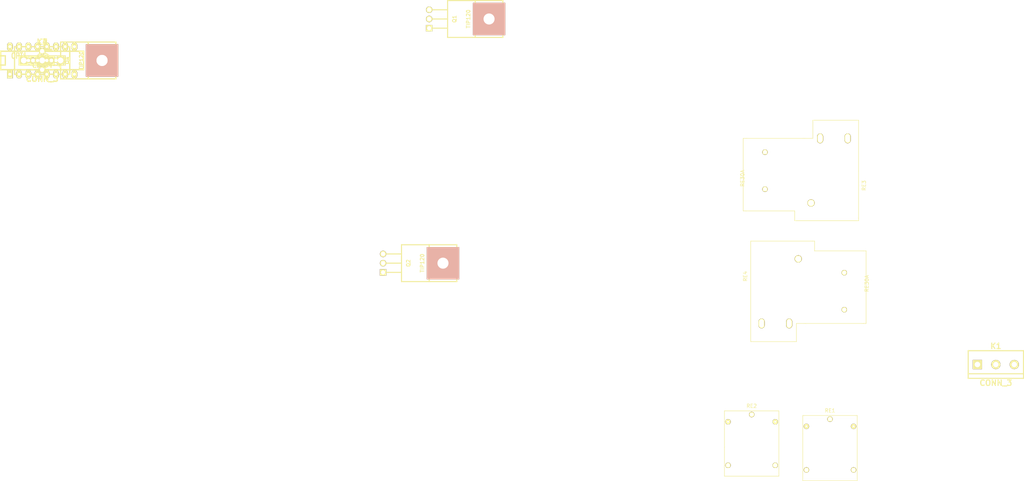
<source format=kicad_pcb>
(kicad_pcb (version 3) (host pcbnew "(2013-07-07 BZR 4022)-stable")

  (general
    (links 58)
    (no_connects 42)
    (area 0 0 0 0)
    (thickness 1.6)
    (drawings 0)
    (tracks 0)
    (zones 0)
    (modules 42)
    (nets 40)
  )

  (page A4)
  (title_block 
    (title "Layout Diseño1")
  )

  (layers
    (15 F.Cu signal)
    (0 B.Cu signal)
    (16 B.Adhes user)
    (17 F.Adhes user)
    (18 B.Paste user)
    (19 F.Paste user)
    (20 B.SilkS user)
    (21 F.SilkS user)
    (22 B.Mask user)
    (23 F.Mask user)
    (24 Dwgs.User user)
    (25 Cmts.User user)
    (26 Eco1.User user)
    (27 Eco2.User user)
    (28 Edge.Cuts user)
  )

  (setup
    (last_trace_width 0.254)
    (trace_clearance 0.254)
    (zone_clearance 0.508)
    (zone_45_only no)
    (trace_min 0.254)
    (segment_width 0.2)
    (edge_width 0.1)
    (via_size 0.889)
    (via_drill 0.635)
    (via_min_size 0.889)
    (via_min_drill 0.508)
    (uvia_size 0.508)
    (uvia_drill 0.127)
    (uvias_allowed no)
    (uvia_min_size 0.508)
    (uvia_min_drill 0.127)
    (pcb_text_width 0.3)
    (pcb_text_size 1.5 1.5)
    (mod_edge_width 0.15)
    (mod_text_size 1 1)
    (mod_text_width 0.15)
    (pad_size 1.5 1.5)
    (pad_drill 1)
    (pad_to_mask_clearance 0)
    (aux_axis_origin 0 0)
    (visible_elements FFFFFFBF)
    (pcbplotparams
      (layerselection 3178497)
      (usegerberextensions true)
      (excludeedgelayer true)
      (linewidth 0.150000)
      (plotframeref false)
      (viasonmask false)
      (mode 1)
      (useauxorigin false)
      (hpglpennumber 1)
      (hpglpenspeed 20)
      (hpglpendiameter 15)
      (hpglpenoverlay 2)
      (psnegative false)
      (psa4output false)
      (plotreference true)
      (plotvalue true)
      (plotothertext true)
      (plotinvisibletext false)
      (padsonsilk false)
      (subtractmaskfromsilk false)
      (outputformat 1)
      (mirror false)
      (drillshape 1)
      (scaleselection 1)
      (outputdirectory ""))
  )

  (net 0 "")
  (net 1 +12V)
  (net 2 +5V)
  (net 3 /R1C1)
  (net 4 GND)
  (net 5 N-000001)
  (net 6 N-0000014)
  (net 7 N-0000015)
  (net 8 N-0000016)
  (net 9 N-0000017)
  (net 10 N-0000018)
  (net 11 N-000002)
  (net 12 N-0000020)
  (net 13 N-0000021)
  (net 14 N-0000023)
  (net 15 N-0000024)
  (net 16 N-0000027)
  (net 17 N-0000028)
  (net 18 N-0000029)
  (net 19 N-000003)
  (net 20 N-0000030)
  (net 21 N-0000031)
  (net 22 N-0000032)
  (net 23 N-0000033)
  (net 24 N-0000034)
  (net 25 N-0000035)
  (net 26 N-0000036)
  (net 27 N-0000037)
  (net 28 N-0000038)
  (net 29 N-0000039)
  (net 30 N-000004)
  (net 31 N-0000040)
  (net 32 N-0000041)
  (net 33 N-0000042)
  (net 34 N-0000043)
  (net 35 N-0000044)
  (net 36 N-0000045)
  (net 37 N-0000046)
  (net 38 N-000005)
  (net 39 N-000007)

  (net_class Default "This is the default net class."
    (clearance 0.254)
    (trace_width 0.254)
    (via_dia 0.889)
    (via_drill 0.635)
    (uvia_dia 0.508)
    (uvia_drill 0.127)
    (add_net "")
    (add_net +12V)
    (add_net +5V)
    (add_net /R1C1)
    (add_net GND)
    (add_net N-000001)
    (add_net N-0000014)
    (add_net N-0000015)
    (add_net N-0000016)
    (add_net N-0000017)
    (add_net N-0000018)
    (add_net N-000002)
    (add_net N-0000020)
    (add_net N-0000021)
    (add_net N-0000023)
    (add_net N-0000024)
    (add_net N-0000027)
    (add_net N-0000028)
    (add_net N-0000029)
    (add_net N-000003)
    (add_net N-0000030)
    (add_net N-0000031)
    (add_net N-0000032)
    (add_net N-0000033)
    (add_net N-0000034)
    (add_net N-0000035)
    (add_net N-0000036)
    (add_net N-0000037)
    (add_net N-0000038)
    (add_net N-0000039)
    (add_net N-000004)
    (add_net N-0000040)
    (add_net N-0000041)
    (add_net N-0000042)
    (add_net N-0000043)
    (add_net N-0000044)
    (add_net N-0000045)
    (add_net N-0000046)
    (add_net N-000005)
    (add_net N-000007)
  )

  (module TO220 (layer F.Cu) (tedit 200000) (tstamp 58F87A3C)
    (at 106.68 -11.43)
    (descr "Transistor TO 220")
    (tags "TR TO220 DEV")
    (path /58DD9494)
    (fp_text reference Q1 (at 6.985 0 90) (layer F.SilkS)
      (effects (font (size 1.016 1.016) (thickness 0.2032)))
    )
    (fp_text value TIP120 (at 10.795 0 90) (layer F.SilkS)
      (effects (font (size 1.016 1.016) (thickness 0.2032)))
    )
    (fp_line (start 0 -2.54) (end 5.08 -2.54) (layer F.SilkS) (width 0.3048))
    (fp_line (start 0 0) (end 5.08 0) (layer F.SilkS) (width 0.3048))
    (fp_line (start 0 2.54) (end 5.08 2.54) (layer F.SilkS) (width 0.3048))
    (fp_line (start 5.08 5.08) (end 20.32 5.08) (layer F.SilkS) (width 0.3048))
    (fp_line (start 20.32 5.08) (end 20.32 -5.08) (layer F.SilkS) (width 0.3048))
    (fp_line (start 20.32 -5.08) (end 5.08 -5.08) (layer F.SilkS) (width 0.3048))
    (fp_line (start 5.08 -5.08) (end 5.08 5.08) (layer F.SilkS) (width 0.3048))
    (fp_line (start 12.7 3.81) (end 12.7 -5.08) (layer F.SilkS) (width 0.3048))
    (fp_line (start 12.7 3.81) (end 12.7 5.08) (layer F.SilkS) (width 0.3048))
    (pad 1 thru_hole rect (at 0 2.54) (size 1.778 1.778) (drill 1.143)
      (layers *.Cu *.Mask F.SilkS)
      (net 37 N-0000046)
    )
    (pad 2 thru_hole circle (at 0 -2.54) (size 1.778 1.778) (drill 1.143)
      (layers *.Cu *.Mask F.SilkS)
      (net 38 N-000005)
    )
    (pad 3 thru_hole circle (at 0 0) (size 1.778 1.778) (drill 1.143)
      (layers *.Cu *.Mask F.SilkS)
      (net 4 GND)
    )
    (pad 4 thru_hole rect (at 16.51 0) (size 8.89 8.89) (drill 3.048)
      (layers *.Cu *.SilkS *.Mask)
    )
    (model discret/to220_horiz.wrl
      (at (xyz 0 0 0))
      (scale (xyz 1 1 1))
      (rotate (xyz 0 0 0))
    )
  )

  (module TO220 (layer F.Cu) (tedit 200000) (tstamp 58F87A4D)
    (at 93.98 55.88)
    (descr "Transistor TO 220")
    (tags "TR TO220 DEV")
    (path /58DD94A7)
    (fp_text reference Q2 (at 6.985 0 90) (layer F.SilkS)
      (effects (font (size 1.016 1.016) (thickness 0.2032)))
    )
    (fp_text value TIP120 (at 10.795 0 90) (layer F.SilkS)
      (effects (font (size 1.016 1.016) (thickness 0.2032)))
    )
    (fp_line (start 0 -2.54) (end 5.08 -2.54) (layer F.SilkS) (width 0.3048))
    (fp_line (start 0 0) (end 5.08 0) (layer F.SilkS) (width 0.3048))
    (fp_line (start 0 2.54) (end 5.08 2.54) (layer F.SilkS) (width 0.3048))
    (fp_line (start 5.08 5.08) (end 20.32 5.08) (layer F.SilkS) (width 0.3048))
    (fp_line (start 20.32 5.08) (end 20.32 -5.08) (layer F.SilkS) (width 0.3048))
    (fp_line (start 20.32 -5.08) (end 5.08 -5.08) (layer F.SilkS) (width 0.3048))
    (fp_line (start 5.08 -5.08) (end 5.08 5.08) (layer F.SilkS) (width 0.3048))
    (fp_line (start 12.7 3.81) (end 12.7 -5.08) (layer F.SilkS) (width 0.3048))
    (fp_line (start 12.7 3.81) (end 12.7 5.08) (layer F.SilkS) (width 0.3048))
    (pad 1 thru_hole rect (at 0 2.54) (size 1.778 1.778) (drill 1.143)
      (layers *.Cu *.Mask F.SilkS)
      (net 31 N-0000040)
    )
    (pad 2 thru_hole circle (at 0 -2.54) (size 1.778 1.778) (drill 1.143)
      (layers *.Cu *.Mask F.SilkS)
      (net 30 N-000004)
    )
    (pad 3 thru_hole circle (at 0 0) (size 1.778 1.778) (drill 1.143)
      (layers *.Cu *.Mask F.SilkS)
      (net 4 GND)
    )
    (pad 4 thru_hole rect (at 16.51 0) (size 8.89 8.89) (drill 3.048)
      (layers *.Cu *.SilkS *.Mask)
    )
    (model discret/to220_horiz.wrl
      (at (xyz 0 0 0))
      (scale (xyz 1 1 1))
      (rotate (xyz 0 0 0))
    )
  )

  (module TO220 (layer F.Cu) (tedit 200000) (tstamp 58F87A5E)
    (at 0 0)
    (descr "Transistor TO 220")
    (tags "TR TO220 DEV")
    (path /58DD94AD)
    (fp_text reference Q3 (at 6.985 0 90) (layer F.SilkS)
      (effects (font (size 1.016 1.016) (thickness 0.2032)))
    )
    (fp_text value TIP120 (at 10.795 0 90) (layer F.SilkS)
      (effects (font (size 1.016 1.016) (thickness 0.2032)))
    )
    (fp_line (start 0 -2.54) (end 5.08 -2.54) (layer F.SilkS) (width 0.3048))
    (fp_line (start 0 0) (end 5.08 0) (layer F.SilkS) (width 0.3048))
    (fp_line (start 0 2.54) (end 5.08 2.54) (layer F.SilkS) (width 0.3048))
    (fp_line (start 5.08 5.08) (end 20.32 5.08) (layer F.SilkS) (width 0.3048))
    (fp_line (start 20.32 5.08) (end 20.32 -5.08) (layer F.SilkS) (width 0.3048))
    (fp_line (start 20.32 -5.08) (end 5.08 -5.08) (layer F.SilkS) (width 0.3048))
    (fp_line (start 5.08 -5.08) (end 5.08 5.08) (layer F.SilkS) (width 0.3048))
    (fp_line (start 12.7 3.81) (end 12.7 -5.08) (layer F.SilkS) (width 0.3048))
    (fp_line (start 12.7 3.81) (end 12.7 5.08) (layer F.SilkS) (width 0.3048))
    (pad 1 thru_hole rect (at 0 2.54) (size 1.778 1.778) (drill 1.143)
      (layers *.Cu *.Mask F.SilkS)
      (net 25 N-0000035)
    )
    (pad 2 thru_hole circle (at 0 -2.54) (size 1.778 1.778) (drill 1.143)
      (layers *.Cu *.Mask F.SilkS)
      (net 19 N-000003)
    )
    (pad 3 thru_hole circle (at 0 0) (size 1.778 1.778) (drill 1.143)
      (layers *.Cu *.Mask F.SilkS)
      (net 4 GND)
    )
    (pad 4 thru_hole rect (at 16.51 0) (size 8.89 8.89) (drill 3.048)
      (layers *.Cu *.SilkS *.Mask)
    )
    (model discret/to220_horiz.wrl
      (at (xyz 0 0 0))
      (scale (xyz 1 1 1))
      (rotate (xyz 0 0 0))
    )
  )

  (module TO220 (layer F.Cu) (tedit 200000) (tstamp 58F87A6F)
    (at 0 0)
    (descr "Transistor TO 220")
    (tags "TR TO220 DEV")
    (path /58DD94B3)
    (fp_text reference Q4 (at 6.985 0 90) (layer F.SilkS)
      (effects (font (size 1.016 1.016) (thickness 0.2032)))
    )
    (fp_text value TIP120 (at 10.795 0 90) (layer F.SilkS)
      (effects (font (size 1.016 1.016) (thickness 0.2032)))
    )
    (fp_line (start 0 -2.54) (end 5.08 -2.54) (layer F.SilkS) (width 0.3048))
    (fp_line (start 0 0) (end 5.08 0) (layer F.SilkS) (width 0.3048))
    (fp_line (start 0 2.54) (end 5.08 2.54) (layer F.SilkS) (width 0.3048))
    (fp_line (start 5.08 5.08) (end 20.32 5.08) (layer F.SilkS) (width 0.3048))
    (fp_line (start 20.32 5.08) (end 20.32 -5.08) (layer F.SilkS) (width 0.3048))
    (fp_line (start 20.32 -5.08) (end 5.08 -5.08) (layer F.SilkS) (width 0.3048))
    (fp_line (start 5.08 -5.08) (end 5.08 5.08) (layer F.SilkS) (width 0.3048))
    (fp_line (start 12.7 3.81) (end 12.7 -5.08) (layer F.SilkS) (width 0.3048))
    (fp_line (start 12.7 3.81) (end 12.7 5.08) (layer F.SilkS) (width 0.3048))
    (pad 1 thru_hole rect (at 0 2.54) (size 1.778 1.778) (drill 1.143)
      (layers *.Cu *.Mask F.SilkS)
      (net 24 N-0000034)
    )
    (pad 2 thru_hole circle (at 0 -2.54) (size 1.778 1.778) (drill 1.143)
      (layers *.Cu *.Mask F.SilkS)
      (net 11 N-000002)
    )
    (pad 3 thru_hole circle (at 0 0) (size 1.778 1.778) (drill 1.143)
      (layers *.Cu *.Mask F.SilkS)
      (net 4 GND)
    )
    (pad 4 thru_hole rect (at 16.51 0) (size 8.89 8.89) (drill 3.048)
      (layers *.Cu *.SilkS *.Mask)
    )
    (model discret/to220_horiz.wrl
      (at (xyz 0 0 0))
      (scale (xyz 1 1 1))
      (rotate (xyz 0 0 0))
    )
  )

  (module RE30A (layer F.Cu) (tedit 58F7BAD2) (tstamp 58F87A87)
    (at 210.82 63.5 90)
    (path /58E7D212)
    (fp_text reference RE4 (at 4 -17 90) (layer F.SilkS)
      (effects (font (size 1 1) (thickness 0.15)))
    )
    (fp_text value RE30A (at 2 16.5 90) (layer F.SilkS)
      (effects (font (size 1 1) (thickness 0.15)))
    )
    (fp_line (start 11 15.5) (end 11 2.1) (layer F.SilkS) (width 0.15))
    (fp_line (start 13.7 1.5) (end 13.7 2.1) (layer F.SilkS) (width 0.15))
    (fp_line (start 13.7 2.1) (end 11 2.1) (layer F.SilkS) (width 0.15))
    (fp_line (start -9 15.5) (end -9 16.3) (layer F.SilkS) (width 0.15))
    (fp_line (start -9 16.3) (end 11 16.3) (layer F.SilkS) (width 0.15))
    (fp_line (start 11 16.3) (end 11 15.5) (layer F.SilkS) (width 0.15))
    (fp_line (start -9 -0.5) (end -9 -2.9) (layer F.SilkS) (width 0.15))
    (fp_line (start -14 -3.5) (end -14 -2.9) (layer F.SilkS) (width 0.15))
    (fp_line (start -14 -2.9) (end -9 -2.9) (layer F.SilkS) (width 0.15))
    (fp_line (start 13.7 -15.5) (end 13.7 1.5) (layer F.SilkS) (width 0.15))
    (fp_line (start 13 -15.5) (end 13.7 -15.5) (layer F.SilkS) (width 0.15))
    (fp_line (start -9 15.5) (end -9 -0.5) (layer F.SilkS) (width 0.15))
    (fp_line (start -14 -3.5) (end -14 -15.5) (layer F.SilkS) (width 0.15))
    (fp_line (start -14 -15.5) (end 0 -15.5) (layer F.SilkS) (width 0.15))
    (fp_line (start 0 -15.5) (end 13 -15.5) (layer F.SilkS) (width 0.15))
    (pad 20 thru_hole oval (at -9 -12.5 90) (size 2.7 1.7) (drill oval 2.2 1.2)
      (layers *.Cu *.Mask F.SilkS)
    )
    (pad 21 thru_hole oval (at -9 -4.9 90) (size 2.7 1.7) (drill oval 2.2 1.2)
      (layers *.Cu *.Mask F.SilkS)
    )
    (pad 22 thru_hole circle (at -5.2 10.3 90) (size 1.5 1.5) (drill 1)
      (layers *.Cu *.Mask F.SilkS)
    )
    (pad 23 thru_hole circle (at 5 10.3 90) (size 1.5 1.5) (drill 1)
      (layers *.Cu *.Mask F.SilkS)
    )
    (pad 24 thru_hole circle (at 8.8 -2.4 90) (size 2 2) (drill 1.5)
      (layers *.Cu *.Mask F.SilkS)
    )
  )

  (module RE30A (layer F.Cu) (tedit 58F7BAD2) (tstamp 58F87A9F)
    (at 209.55 30.48 270)
    (path /58E7D1C7)
    (fp_text reference RE3 (at 4 -17 270) (layer F.SilkS)
      (effects (font (size 1 1) (thickness 0.15)))
    )
    (fp_text value RE30A (at 2 16.5 270) (layer F.SilkS)
      (effects (font (size 1 1) (thickness 0.15)))
    )
    (fp_line (start 11 15.5) (end 11 2.1) (layer F.SilkS) (width 0.15))
    (fp_line (start 13.7 1.5) (end 13.7 2.1) (layer F.SilkS) (width 0.15))
    (fp_line (start 13.7 2.1) (end 11 2.1) (layer F.SilkS) (width 0.15))
    (fp_line (start -9 15.5) (end -9 16.3) (layer F.SilkS) (width 0.15))
    (fp_line (start -9 16.3) (end 11 16.3) (layer F.SilkS) (width 0.15))
    (fp_line (start 11 16.3) (end 11 15.5) (layer F.SilkS) (width 0.15))
    (fp_line (start -9 -0.5) (end -9 -2.9) (layer F.SilkS) (width 0.15))
    (fp_line (start -14 -3.5) (end -14 -2.9) (layer F.SilkS) (width 0.15))
    (fp_line (start -14 -2.9) (end -9 -2.9) (layer F.SilkS) (width 0.15))
    (fp_line (start 13.7 -15.5) (end 13.7 1.5) (layer F.SilkS) (width 0.15))
    (fp_line (start 13 -15.5) (end 13.7 -15.5) (layer F.SilkS) (width 0.15))
    (fp_line (start -9 15.5) (end -9 -0.5) (layer F.SilkS) (width 0.15))
    (fp_line (start -14 -3.5) (end -14 -15.5) (layer F.SilkS) (width 0.15))
    (fp_line (start -14 -15.5) (end 0 -15.5) (layer F.SilkS) (width 0.15))
    (fp_line (start 0 -15.5) (end 13 -15.5) (layer F.SilkS) (width 0.15))
    (pad 20 thru_hole oval (at -9 -12.5 270) (size 2.7 1.7) (drill oval 2.2 1.2)
      (layers *.Cu *.Mask F.SilkS)
    )
    (pad 21 thru_hole oval (at -9 -4.9 270) (size 2.7 1.7) (drill oval 2.2 1.2)
      (layers *.Cu *.Mask F.SilkS)
    )
    (pad 22 thru_hole circle (at -5.2 10.3 270) (size 1.5 1.5) (drill 1)
      (layers *.Cu *.Mask F.SilkS)
    )
    (pad 23 thru_hole circle (at 5 10.3 270) (size 1.5 1.5) (drill 1)
      (layers *.Cu *.Mask F.SilkS)
    )
    (pad 24 thru_hole circle (at 8.8 -2.4 270) (size 2 2) (drill 1.5)
      (layers *.Cu *.Mask F.SilkS)
    )
  )

  (module RE (layer F.Cu) (tedit 58F7AEDD) (tstamp 58F87AAF)
    (at 195.58 101.6)
    (path /58E7D275)
    (fp_text reference RE2 (at 0 -6.35) (layer F.SilkS)
      (effects (font (size 1 1) (thickness 0.15)))
    )
    (fp_text value RE (at 0 14) (layer F.SilkS) hide
      (effects (font (size 1 1) (thickness 0.15)))
    )
    (fp_line (start -7.5 5) (end -7.5 13) (layer F.SilkS) (width 0.15))
    (fp_line (start -7.5 13) (end 7.5 13) (layer F.SilkS) (width 0.15))
    (fp_line (start 7.5 13) (end 7.5 -1) (layer F.SilkS) (width 0.15))
    (fp_line (start 7.5 -1) (end 7.5 -5) (layer F.SilkS) (width 0.15))
    (fp_line (start 7.5 -5) (end -7.5 -5) (layer F.SilkS) (width 0.15))
    (fp_line (start -7.5 -5) (end -7.5 0) (layer F.SilkS) (width 0.15))
    (fp_line (start -7.5 0) (end -7.5 5) (layer F.SilkS) (width 0.15))
    (pad 8 thru_hole circle (at 0 -4) (size 1.5 1.5) (drill 1)
      (layers *.Cu *.Mask F.SilkS)
    )
    (pad 13 thru_hole circle (at -6.5 10) (size 1.5 1.5) (drill 1)
      (layers *.Cu *.Mask F.SilkS)
    )
    (pad 14 thru_hole circle (at 6.5 10) (size 1.5 1.5) (drill 1)
      (layers *.Cu *.Mask F.SilkS)
    )
    (pad 15 thru_hole circle (at 6.5 -2) (size 1.5 1.5) (drill 0.6)
      (layers *.Cu *.Mask F.SilkS)
    )
    (pad 16 thru_hole circle (at -6.5 -2) (size 1.5 1.5) (drill 0.6)
      (layers *.Cu *.Mask F.SilkS)
    )
  )

  (module RE (layer F.Cu) (tedit 58F7AEDD) (tstamp 58F87ABF)
    (at 217.17 102.87)
    (path /58E7D25C)
    (fp_text reference RE1 (at 0 -6.35) (layer F.SilkS)
      (effects (font (size 1 1) (thickness 0.15)))
    )
    (fp_text value RE (at 0 14) (layer F.SilkS) hide
      (effects (font (size 1 1) (thickness 0.15)))
    )
    (fp_line (start -7.5 5) (end -7.5 13) (layer F.SilkS) (width 0.15))
    (fp_line (start -7.5 13) (end 7.5 13) (layer F.SilkS) (width 0.15))
    (fp_line (start 7.5 13) (end 7.5 -1) (layer F.SilkS) (width 0.15))
    (fp_line (start 7.5 -1) (end 7.5 -5) (layer F.SilkS) (width 0.15))
    (fp_line (start 7.5 -5) (end -7.5 -5) (layer F.SilkS) (width 0.15))
    (fp_line (start -7.5 -5) (end -7.5 0) (layer F.SilkS) (width 0.15))
    (fp_line (start -7.5 0) (end -7.5 5) (layer F.SilkS) (width 0.15))
    (pad 8 thru_hole circle (at 0 -4) (size 1.5 1.5) (drill 1)
      (layers *.Cu *.Mask F.SilkS)
    )
    (pad 13 thru_hole circle (at -6.5 10) (size 1.5 1.5) (drill 1)
      (layers *.Cu *.Mask F.SilkS)
    )
    (pad 14 thru_hole circle (at 6.5 10) (size 1.5 1.5) (drill 1)
      (layers *.Cu *.Mask F.SilkS)
    )
    (pad 15 thru_hole circle (at 6.5 -2) (size 1.5 1.5) (drill 0.6)
      (layers *.Cu *.Mask F.SilkS)
    )
    (pad 16 thru_hole circle (at -6.5 -2) (size 1.5 1.5) (drill 0.6)
      (layers *.Cu *.Mask F.SilkS)
    )
  )

  (module R3 (layer F.Cu) (tedit 4E4C0E65) (tstamp 58F87ACD)
    (at 0 0)
    (descr "Resitance 3 pas")
    (tags R)
    (path /58DD9781)
    (autoplace_cost180 10)
    (fp_text reference R8 (at 0 0.127) (layer F.SilkS) hide
      (effects (font (size 1.397 1.27) (thickness 0.2032)))
    )
    (fp_text value 470 (at 0 0.127) (layer F.SilkS)
      (effects (font (size 1.397 1.27) (thickness 0.2032)))
    )
    (fp_line (start -3.81 0) (end -3.302 0) (layer F.SilkS) (width 0.2032))
    (fp_line (start 3.81 0) (end 3.302 0) (layer F.SilkS) (width 0.2032))
    (fp_line (start 3.302 0) (end 3.302 -1.016) (layer F.SilkS) (width 0.2032))
    (fp_line (start 3.302 -1.016) (end -3.302 -1.016) (layer F.SilkS) (width 0.2032))
    (fp_line (start -3.302 -1.016) (end -3.302 1.016) (layer F.SilkS) (width 0.2032))
    (fp_line (start -3.302 1.016) (end 3.302 1.016) (layer F.SilkS) (width 0.2032))
    (fp_line (start 3.302 1.016) (end 3.302 0) (layer F.SilkS) (width 0.2032))
    (fp_line (start -3.302 -0.508) (end -2.794 -1.016) (layer F.SilkS) (width 0.2032))
    (pad 1 thru_hole circle (at -3.81 0) (size 1.397 1.397) (drill 0.8128)
      (layers *.Cu *.Mask F.SilkS)
      (net 23 N-0000033)
    )
    (pad 2 thru_hole circle (at 3.81 0) (size 1.397 1.397) (drill 0.8128)
      (layers *.Cu *.Mask F.SilkS)
      (net 4 GND)
    )
    (model discret/resistor.wrl
      (at (xyz 0 0 0))
      (scale (xyz 0.3 0.3 0.3))
      (rotate (xyz 0 0 0))
    )
  )

  (module R3 (layer F.Cu) (tedit 4E4C0E65) (tstamp 58F87ADB)
    (at 0 0)
    (descr "Resitance 3 pas")
    (tags R)
    (path /58E7E918)
    (autoplace_cost180 10)
    (fp_text reference R18 (at 0 0.127) (layer F.SilkS) hide
      (effects (font (size 1.397 1.27) (thickness 0.2032)))
    )
    (fp_text value 1K (at 0 0.127) (layer F.SilkS)
      (effects (font (size 1.397 1.27) (thickness 0.2032)))
    )
    (fp_line (start -3.81 0) (end -3.302 0) (layer F.SilkS) (width 0.2032))
    (fp_line (start 3.81 0) (end 3.302 0) (layer F.SilkS) (width 0.2032))
    (fp_line (start 3.302 0) (end 3.302 -1.016) (layer F.SilkS) (width 0.2032))
    (fp_line (start 3.302 -1.016) (end -3.302 -1.016) (layer F.SilkS) (width 0.2032))
    (fp_line (start -3.302 -1.016) (end -3.302 1.016) (layer F.SilkS) (width 0.2032))
    (fp_line (start -3.302 1.016) (end 3.302 1.016) (layer F.SilkS) (width 0.2032))
    (fp_line (start 3.302 1.016) (end 3.302 0) (layer F.SilkS) (width 0.2032))
    (fp_line (start -3.302 -0.508) (end -2.794 -1.016) (layer F.SilkS) (width 0.2032))
    (pad 1 thru_hole circle (at -3.81 0) (size 1.397 1.397) (drill 0.8128)
      (layers *.Cu *.Mask F.SilkS)
      (net 1 +12V)
    )
    (pad 2 thru_hole circle (at 3.81 0) (size 1.397 1.397) (drill 0.8128)
      (layers *.Cu *.Mask F.SilkS)
      (net 39 N-000007)
    )
    (model discret/resistor.wrl
      (at (xyz 0 0 0))
      (scale (xyz 0.3 0.3 0.3))
      (rotate (xyz 0 0 0))
    )
  )

  (module R3 (layer F.Cu) (tedit 4E4C0E65) (tstamp 58F87AE9)
    (at 0 0)
    (descr "Resitance 3 pas")
    (tags R)
    (path /58E7F1E2)
    (autoplace_cost180 10)
    (fp_text reference R16 (at 0 0.127) (layer F.SilkS) hide
      (effects (font (size 1.397 1.27) (thickness 0.2032)))
    )
    (fp_text value 1K (at 0 0.127) (layer F.SilkS)
      (effects (font (size 1.397 1.27) (thickness 0.2032)))
    )
    (fp_line (start -3.81 0) (end -3.302 0) (layer F.SilkS) (width 0.2032))
    (fp_line (start 3.81 0) (end 3.302 0) (layer F.SilkS) (width 0.2032))
    (fp_line (start 3.302 0) (end 3.302 -1.016) (layer F.SilkS) (width 0.2032))
    (fp_line (start 3.302 -1.016) (end -3.302 -1.016) (layer F.SilkS) (width 0.2032))
    (fp_line (start -3.302 -1.016) (end -3.302 1.016) (layer F.SilkS) (width 0.2032))
    (fp_line (start -3.302 1.016) (end 3.302 1.016) (layer F.SilkS) (width 0.2032))
    (fp_line (start 3.302 1.016) (end 3.302 0) (layer F.SilkS) (width 0.2032))
    (fp_line (start -3.302 -0.508) (end -2.794 -1.016) (layer F.SilkS) (width 0.2032))
    (pad 1 thru_hole circle (at -3.81 0) (size 1.397 1.397) (drill 0.8128)
      (layers *.Cu *.Mask F.SilkS)
      (net 1 +12V)
    )
    (pad 2 thru_hole circle (at 3.81 0) (size 1.397 1.397) (drill 0.8128)
      (layers *.Cu *.Mask F.SilkS)
      (net 22 N-0000032)
    )
    (model discret/resistor.wrl
      (at (xyz 0 0 0))
      (scale (xyz 0.3 0.3 0.3))
      (rotate (xyz 0 0 0))
    )
  )

  (module R3 (layer F.Cu) (tedit 4E4C0E65) (tstamp 58F87AF7)
    (at 0 0)
    (descr "Resitance 3 pas")
    (tags R)
    (path /58E7EB45)
    (autoplace_cost180 10)
    (fp_text reference R15 (at 0 0.127) (layer F.SilkS) hide
      (effects (font (size 1.397 1.27) (thickness 0.2032)))
    )
    (fp_text value 1K (at 0 0.127) (layer F.SilkS)
      (effects (font (size 1.397 1.27) (thickness 0.2032)))
    )
    (fp_line (start -3.81 0) (end -3.302 0) (layer F.SilkS) (width 0.2032))
    (fp_line (start 3.81 0) (end 3.302 0) (layer F.SilkS) (width 0.2032))
    (fp_line (start 3.302 0) (end 3.302 -1.016) (layer F.SilkS) (width 0.2032))
    (fp_line (start 3.302 -1.016) (end -3.302 -1.016) (layer F.SilkS) (width 0.2032))
    (fp_line (start -3.302 -1.016) (end -3.302 1.016) (layer F.SilkS) (width 0.2032))
    (fp_line (start -3.302 1.016) (end 3.302 1.016) (layer F.SilkS) (width 0.2032))
    (fp_line (start 3.302 1.016) (end 3.302 0) (layer F.SilkS) (width 0.2032))
    (fp_line (start -3.302 -0.508) (end -2.794 -1.016) (layer F.SilkS) (width 0.2032))
    (pad 1 thru_hole circle (at -3.81 0) (size 1.397 1.397) (drill 0.8128)
      (layers *.Cu *.Mask F.SilkS)
      (net 1 +12V)
    )
    (pad 2 thru_hole circle (at 3.81 0) (size 1.397 1.397) (drill 0.8128)
      (layers *.Cu *.Mask F.SilkS)
      (net 20 N-0000030)
    )
    (model discret/resistor.wrl
      (at (xyz 0 0 0))
      (scale (xyz 0.3 0.3 0.3))
      (rotate (xyz 0 0 0))
    )
  )

  (module R3 (layer F.Cu) (tedit 4E4C0E65) (tstamp 58F87B05)
    (at 0 0)
    (descr "Resitance 3 pas")
    (tags R)
    (path /58E7EFB6)
    (autoplace_cost180 10)
    (fp_text reference R17 (at 0 0.127) (layer F.SilkS) hide
      (effects (font (size 1.397 1.27) (thickness 0.2032)))
    )
    (fp_text value 1K (at 0 0.127) (layer F.SilkS)
      (effects (font (size 1.397 1.27) (thickness 0.2032)))
    )
    (fp_line (start -3.81 0) (end -3.302 0) (layer F.SilkS) (width 0.2032))
    (fp_line (start 3.81 0) (end 3.302 0) (layer F.SilkS) (width 0.2032))
    (fp_line (start 3.302 0) (end 3.302 -1.016) (layer F.SilkS) (width 0.2032))
    (fp_line (start 3.302 -1.016) (end -3.302 -1.016) (layer F.SilkS) (width 0.2032))
    (fp_line (start -3.302 -1.016) (end -3.302 1.016) (layer F.SilkS) (width 0.2032))
    (fp_line (start -3.302 1.016) (end 3.302 1.016) (layer F.SilkS) (width 0.2032))
    (fp_line (start 3.302 1.016) (end 3.302 0) (layer F.SilkS) (width 0.2032))
    (fp_line (start -3.302 -0.508) (end -2.794 -1.016) (layer F.SilkS) (width 0.2032))
    (pad 1 thru_hole circle (at -3.81 0) (size 1.397 1.397) (drill 0.8128)
      (layers *.Cu *.Mask F.SilkS)
      (net 1 +12V)
    )
    (pad 2 thru_hole circle (at 3.81 0) (size 1.397 1.397) (drill 0.8128)
      (layers *.Cu *.Mask F.SilkS)
      (net 21 N-0000031)
    )
    (model discret/resistor.wrl
      (at (xyz 0 0 0))
      (scale (xyz 0.3 0.3 0.3))
      (rotate (xyz 0 0 0))
    )
  )

  (module R3 (layer F.Cu) (tedit 4E4C0E65) (tstamp 58F87B13)
    (at 0 0)
    (descr "Resitance 3 pas")
    (tags R)
    (path /58DD97A7)
    (autoplace_cost180 10)
    (fp_text reference R5 (at 0 0.127) (layer F.SilkS) hide
      (effects (font (size 1.397 1.27) (thickness 0.2032)))
    )
    (fp_text value 470 (at 0 0.127) (layer F.SilkS)
      (effects (font (size 1.397 1.27) (thickness 0.2032)))
    )
    (fp_line (start -3.81 0) (end -3.302 0) (layer F.SilkS) (width 0.2032))
    (fp_line (start 3.81 0) (end 3.302 0) (layer F.SilkS) (width 0.2032))
    (fp_line (start 3.302 0) (end 3.302 -1.016) (layer F.SilkS) (width 0.2032))
    (fp_line (start 3.302 -1.016) (end -3.302 -1.016) (layer F.SilkS) (width 0.2032))
    (fp_line (start -3.302 -1.016) (end -3.302 1.016) (layer F.SilkS) (width 0.2032))
    (fp_line (start -3.302 1.016) (end 3.302 1.016) (layer F.SilkS) (width 0.2032))
    (fp_line (start 3.302 1.016) (end 3.302 0) (layer F.SilkS) (width 0.2032))
    (fp_line (start -3.302 -0.508) (end -2.794 -1.016) (layer F.SilkS) (width 0.2032))
    (pad 1 thru_hole circle (at -3.81 0) (size 1.397 1.397) (drill 0.8128)
      (layers *.Cu *.Mask F.SilkS)
      (net 6 N-0000014)
    )
    (pad 2 thru_hole circle (at 3.81 0) (size 1.397 1.397) (drill 0.8128)
      (layers *.Cu *.Mask F.SilkS)
      (net 4 GND)
    )
    (model discret/resistor.wrl
      (at (xyz 0 0 0))
      (scale (xyz 0.3 0.3 0.3))
      (rotate (xyz 0 0 0))
    )
  )

  (module R3 (layer F.Cu) (tedit 4E4C0E65) (tstamp 58F87B21)
    (at 0 0)
    (descr "Resitance 3 pas")
    (tags R)
    (path /58DD979A)
    (autoplace_cost180 10)
    (fp_text reference R6 (at 0 0.127) (layer F.SilkS) hide
      (effects (font (size 1.397 1.27) (thickness 0.2032)))
    )
    (fp_text value 470 (at 0 0.127) (layer F.SilkS)
      (effects (font (size 1.397 1.27) (thickness 0.2032)))
    )
    (fp_line (start -3.81 0) (end -3.302 0) (layer F.SilkS) (width 0.2032))
    (fp_line (start 3.81 0) (end 3.302 0) (layer F.SilkS) (width 0.2032))
    (fp_line (start 3.302 0) (end 3.302 -1.016) (layer F.SilkS) (width 0.2032))
    (fp_line (start 3.302 -1.016) (end -3.302 -1.016) (layer F.SilkS) (width 0.2032))
    (fp_line (start -3.302 -1.016) (end -3.302 1.016) (layer F.SilkS) (width 0.2032))
    (fp_line (start -3.302 1.016) (end 3.302 1.016) (layer F.SilkS) (width 0.2032))
    (fp_line (start 3.302 1.016) (end 3.302 0) (layer F.SilkS) (width 0.2032))
    (fp_line (start -3.302 -0.508) (end -2.794 -1.016) (layer F.SilkS) (width 0.2032))
    (pad 1 thru_hole circle (at -3.81 0) (size 1.397 1.397) (drill 0.8128)
      (layers *.Cu *.Mask F.SilkS)
      (net 8 N-0000016)
    )
    (pad 2 thru_hole circle (at 3.81 0) (size 1.397 1.397) (drill 0.8128)
      (layers *.Cu *.Mask F.SilkS)
      (net 4 GND)
    )
    (model discret/resistor.wrl
      (at (xyz 0 0 0))
      (scale (xyz 0.3 0.3 0.3))
      (rotate (xyz 0 0 0))
    )
  )

  (module R3 (layer F.Cu) (tedit 4E4C0E65) (tstamp 58F87B2F)
    (at 0 0)
    (descr "Resitance 3 pas")
    (tags R)
    (path /58DD9729)
    (autoplace_cost180 10)
    (fp_text reference R7 (at 0 0.127) (layer F.SilkS) hide
      (effects (font (size 1.397 1.27) (thickness 0.2032)))
    )
    (fp_text value 470 (at 0 0.127) (layer F.SilkS)
      (effects (font (size 1.397 1.27) (thickness 0.2032)))
    )
    (fp_line (start -3.81 0) (end -3.302 0) (layer F.SilkS) (width 0.2032))
    (fp_line (start 3.81 0) (end 3.302 0) (layer F.SilkS) (width 0.2032))
    (fp_line (start 3.302 0) (end 3.302 -1.016) (layer F.SilkS) (width 0.2032))
    (fp_line (start 3.302 -1.016) (end -3.302 -1.016) (layer F.SilkS) (width 0.2032))
    (fp_line (start -3.302 -1.016) (end -3.302 1.016) (layer F.SilkS) (width 0.2032))
    (fp_line (start -3.302 1.016) (end 3.302 1.016) (layer F.SilkS) (width 0.2032))
    (fp_line (start 3.302 1.016) (end 3.302 0) (layer F.SilkS) (width 0.2032))
    (fp_line (start -3.302 -0.508) (end -2.794 -1.016) (layer F.SilkS) (width 0.2032))
    (pad 1 thru_hole circle (at -3.81 0) (size 1.397 1.397) (drill 0.8128)
      (layers *.Cu *.Mask F.SilkS)
      (net 7 N-0000015)
    )
    (pad 2 thru_hole circle (at 3.81 0) (size 1.397 1.397) (drill 0.8128)
      (layers *.Cu *.Mask F.SilkS)
      (net 4 GND)
    )
    (model discret/resistor.wrl
      (at (xyz 0 0 0))
      (scale (xyz 0.3 0.3 0.3))
      (rotate (xyz 0 0 0))
    )
  )

  (module R3 (layer F.Cu) (tedit 4E4C0E65) (tstamp 58F87B3D)
    (at 0 0)
    (descr "Resitance 3 pas")
    (tags R)
    (path /58DD93E1)
    (autoplace_cost180 10)
    (fp_text reference R12 (at 0 0.127) (layer F.SilkS) hide
      (effects (font (size 1.397 1.27) (thickness 0.2032)))
    )
    (fp_text value 1K (at 0 0.127) (layer F.SilkS)
      (effects (font (size 1.397 1.27) (thickness 0.2032)))
    )
    (fp_line (start -3.81 0) (end -3.302 0) (layer F.SilkS) (width 0.2032))
    (fp_line (start 3.81 0) (end 3.302 0) (layer F.SilkS) (width 0.2032))
    (fp_line (start 3.302 0) (end 3.302 -1.016) (layer F.SilkS) (width 0.2032))
    (fp_line (start 3.302 -1.016) (end -3.302 -1.016) (layer F.SilkS) (width 0.2032))
    (fp_line (start -3.302 -1.016) (end -3.302 1.016) (layer F.SilkS) (width 0.2032))
    (fp_line (start -3.302 1.016) (end 3.302 1.016) (layer F.SilkS) (width 0.2032))
    (fp_line (start 3.302 1.016) (end 3.302 0) (layer F.SilkS) (width 0.2032))
    (fp_line (start -3.302 -0.508) (end -2.794 -1.016) (layer F.SilkS) (width 0.2032))
    (pad 1 thru_hole circle (at -3.81 0) (size 1.397 1.397) (drill 0.8128)
      (layers *.Cu *.Mask F.SilkS)
      (net 32 N-0000041)
    )
    (pad 2 thru_hole circle (at 3.81 0) (size 1.397 1.397) (drill 0.8128)
      (layers *.Cu *.Mask F.SilkS)
      (net 24 N-0000034)
    )
    (model discret/resistor.wrl
      (at (xyz 0 0 0))
      (scale (xyz 0.3 0.3 0.3))
      (rotate (xyz 0 0 0))
    )
  )

  (module R3 (layer F.Cu) (tedit 4E4C0E65) (tstamp 58F87B4B)
    (at 0 0)
    (descr "Resitance 3 pas")
    (tags R)
    (path /58DD939B)
    (autoplace_cost180 10)
    (fp_text reference R9 (at 0 0.127) (layer F.SilkS) hide
      (effects (font (size 1.397 1.27) (thickness 0.2032)))
    )
    (fp_text value 1K (at 0 0.127) (layer F.SilkS)
      (effects (font (size 1.397 1.27) (thickness 0.2032)))
    )
    (fp_line (start -3.81 0) (end -3.302 0) (layer F.SilkS) (width 0.2032))
    (fp_line (start 3.81 0) (end 3.302 0) (layer F.SilkS) (width 0.2032))
    (fp_line (start 3.302 0) (end 3.302 -1.016) (layer F.SilkS) (width 0.2032))
    (fp_line (start 3.302 -1.016) (end -3.302 -1.016) (layer F.SilkS) (width 0.2032))
    (fp_line (start -3.302 -1.016) (end -3.302 1.016) (layer F.SilkS) (width 0.2032))
    (fp_line (start -3.302 1.016) (end 3.302 1.016) (layer F.SilkS) (width 0.2032))
    (fp_line (start 3.302 1.016) (end 3.302 0) (layer F.SilkS) (width 0.2032))
    (fp_line (start -3.302 -0.508) (end -2.794 -1.016) (layer F.SilkS) (width 0.2032))
    (pad 1 thru_hole circle (at -3.81 0) (size 1.397 1.397) (drill 0.8128)
      (layers *.Cu *.Mask F.SilkS)
      (net 33 N-0000042)
    )
    (pad 2 thru_hole circle (at 3.81 0) (size 1.397 1.397) (drill 0.8128)
      (layers *.Cu *.Mask F.SilkS)
      (net 37 N-0000046)
    )
    (model discret/resistor.wrl
      (at (xyz 0 0 0))
      (scale (xyz 0.3 0.3 0.3))
      (rotate (xyz 0 0 0))
    )
  )

  (module R3 (layer F.Cu) (tedit 4E4C0E65) (tstamp 58F87B59)
    (at 0 0)
    (descr "Resitance 3 pas")
    (tags R)
    (path /58DD9386)
    (autoplace_cost180 10)
    (fp_text reference R10 (at 0 0.127) (layer F.SilkS) hide
      (effects (font (size 1.397 1.27) (thickness 0.2032)))
    )
    (fp_text value 1K (at 0 0.127) (layer F.SilkS)
      (effects (font (size 1.397 1.27) (thickness 0.2032)))
    )
    (fp_line (start -3.81 0) (end -3.302 0) (layer F.SilkS) (width 0.2032))
    (fp_line (start 3.81 0) (end 3.302 0) (layer F.SilkS) (width 0.2032))
    (fp_line (start 3.302 0) (end 3.302 -1.016) (layer F.SilkS) (width 0.2032))
    (fp_line (start 3.302 -1.016) (end -3.302 -1.016) (layer F.SilkS) (width 0.2032))
    (fp_line (start -3.302 -1.016) (end -3.302 1.016) (layer F.SilkS) (width 0.2032))
    (fp_line (start -3.302 1.016) (end 3.302 1.016) (layer F.SilkS) (width 0.2032))
    (fp_line (start 3.302 1.016) (end 3.302 0) (layer F.SilkS) (width 0.2032))
    (fp_line (start -3.302 -0.508) (end -2.794 -1.016) (layer F.SilkS) (width 0.2032))
    (pad 1 thru_hole circle (at -3.81 0) (size 1.397 1.397) (drill 0.8128)
      (layers *.Cu *.Mask F.SilkS)
      (net 34 N-0000043)
    )
    (pad 2 thru_hole circle (at 3.81 0) (size 1.397 1.397) (drill 0.8128)
      (layers *.Cu *.Mask F.SilkS)
      (net 31 N-0000040)
    )
    (model discret/resistor.wrl
      (at (xyz 0 0 0))
      (scale (xyz 0.3 0.3 0.3))
      (rotate (xyz 0 0 0))
    )
  )

  (module R3 (layer F.Cu) (tedit 4E4C0E65) (tstamp 58F87B67)
    (at 0 0)
    (descr "Resitance 3 pas")
    (tags R)
    (path /58DD92DE)
    (autoplace_cost180 10)
    (fp_text reference R11 (at 0 0.127) (layer F.SilkS) hide
      (effects (font (size 1.397 1.27) (thickness 0.2032)))
    )
    (fp_text value 1K (at 0 0.127) (layer F.SilkS)
      (effects (font (size 1.397 1.27) (thickness 0.2032)))
    )
    (fp_line (start -3.81 0) (end -3.302 0) (layer F.SilkS) (width 0.2032))
    (fp_line (start 3.81 0) (end 3.302 0) (layer F.SilkS) (width 0.2032))
    (fp_line (start 3.302 0) (end 3.302 -1.016) (layer F.SilkS) (width 0.2032))
    (fp_line (start 3.302 -1.016) (end -3.302 -1.016) (layer F.SilkS) (width 0.2032))
    (fp_line (start -3.302 -1.016) (end -3.302 1.016) (layer F.SilkS) (width 0.2032))
    (fp_line (start -3.302 1.016) (end 3.302 1.016) (layer F.SilkS) (width 0.2032))
    (fp_line (start 3.302 1.016) (end 3.302 0) (layer F.SilkS) (width 0.2032))
    (fp_line (start -3.302 -0.508) (end -2.794 -1.016) (layer F.SilkS) (width 0.2032))
    (pad 1 thru_hole circle (at -3.81 0) (size 1.397 1.397) (drill 0.8128)
      (layers *.Cu *.Mask F.SilkS)
      (net 35 N-0000044)
    )
    (pad 2 thru_hole circle (at 3.81 0) (size 1.397 1.397) (drill 0.8128)
      (layers *.Cu *.Mask F.SilkS)
      (net 25 N-0000035)
    )
    (model discret/resistor.wrl
      (at (xyz 0 0 0))
      (scale (xyz 0.3 0.3 0.3))
      (rotate (xyz 0 0 0))
    )
  )

  (module R3 (layer F.Cu) (tedit 4E4C0E65) (tstamp 58F87B75)
    (at 0 0)
    (descr "Resitance 3 pas")
    (tags R)
    (path /58DD8DFC)
    (autoplace_cost180 10)
    (fp_text reference R4 (at 0 0.127) (layer F.SilkS) hide
      (effects (font (size 1.397 1.27) (thickness 0.2032)))
    )
    (fp_text value 50 (at 0 0.127) (layer F.SilkS)
      (effects (font (size 1.397 1.27) (thickness 0.2032)))
    )
    (fp_line (start -3.81 0) (end -3.302 0) (layer F.SilkS) (width 0.2032))
    (fp_line (start 3.81 0) (end 3.302 0) (layer F.SilkS) (width 0.2032))
    (fp_line (start 3.302 0) (end 3.302 -1.016) (layer F.SilkS) (width 0.2032))
    (fp_line (start 3.302 -1.016) (end -3.302 -1.016) (layer F.SilkS) (width 0.2032))
    (fp_line (start -3.302 -1.016) (end -3.302 1.016) (layer F.SilkS) (width 0.2032))
    (fp_line (start -3.302 1.016) (end 3.302 1.016) (layer F.SilkS) (width 0.2032))
    (fp_line (start 3.302 1.016) (end 3.302 0) (layer F.SilkS) (width 0.2032))
    (fp_line (start -3.302 -0.508) (end -2.794 -1.016) (layer F.SilkS) (width 0.2032))
    (pad 1 thru_hole circle (at -3.81 0) (size 1.397 1.397) (drill 0.8128)
      (layers *.Cu *.Mask F.SilkS)
      (net 4 GND)
    )
    (pad 2 thru_hole circle (at 3.81 0) (size 1.397 1.397) (drill 0.8128)
      (layers *.Cu *.Mask F.SilkS)
      (net 36 N-0000045)
    )
    (model discret/resistor.wrl
      (at (xyz 0 0 0))
      (scale (xyz 0.3 0.3 0.3))
      (rotate (xyz 0 0 0))
    )
  )

  (module R3 (layer F.Cu) (tedit 4E4C0E65) (tstamp 58F87B83)
    (at 0 0)
    (descr "Resitance 3 pas")
    (tags R)
    (path /58DD8DEF)
    (autoplace_cost180 10)
    (fp_text reference R3 (at 0 0.127) (layer F.SilkS) hide
      (effects (font (size 1.397 1.27) (thickness 0.2032)))
    )
    (fp_text value 50 (at 0 0.127) (layer F.SilkS)
      (effects (font (size 1.397 1.27) (thickness 0.2032)))
    )
    (fp_line (start -3.81 0) (end -3.302 0) (layer F.SilkS) (width 0.2032))
    (fp_line (start 3.81 0) (end 3.302 0) (layer F.SilkS) (width 0.2032))
    (fp_line (start 3.302 0) (end 3.302 -1.016) (layer F.SilkS) (width 0.2032))
    (fp_line (start 3.302 -1.016) (end -3.302 -1.016) (layer F.SilkS) (width 0.2032))
    (fp_line (start -3.302 -1.016) (end -3.302 1.016) (layer F.SilkS) (width 0.2032))
    (fp_line (start -3.302 1.016) (end 3.302 1.016) (layer F.SilkS) (width 0.2032))
    (fp_line (start 3.302 1.016) (end 3.302 0) (layer F.SilkS) (width 0.2032))
    (fp_line (start -3.302 -0.508) (end -2.794 -1.016) (layer F.SilkS) (width 0.2032))
    (pad 1 thru_hole circle (at -3.81 0) (size 1.397 1.397) (drill 0.8128)
      (layers *.Cu *.Mask F.SilkS)
      (net 4 GND)
    )
    (pad 2 thru_hole circle (at 3.81 0) (size 1.397 1.397) (drill 0.8128)
      (layers *.Cu *.Mask F.SilkS)
      (net 26 N-0000036)
    )
    (model discret/resistor.wrl
      (at (xyz 0 0 0))
      (scale (xyz 0.3 0.3 0.3))
      (rotate (xyz 0 0 0))
    )
  )

  (module R3 (layer F.Cu) (tedit 4E4C0E65) (tstamp 58F87B91)
    (at 0 0)
    (descr "Resitance 3 pas")
    (tags R)
    (path /58DD8DAE)
    (autoplace_cost180 10)
    (fp_text reference R1 (at 0 0.127) (layer F.SilkS) hide
      (effects (font (size 1.397 1.27) (thickness 0.2032)))
    )
    (fp_text value 50 (at 0 0.127) (layer F.SilkS)
      (effects (font (size 1.397 1.27) (thickness 0.2032)))
    )
    (fp_line (start -3.81 0) (end -3.302 0) (layer F.SilkS) (width 0.2032))
    (fp_line (start 3.81 0) (end 3.302 0) (layer F.SilkS) (width 0.2032))
    (fp_line (start 3.302 0) (end 3.302 -1.016) (layer F.SilkS) (width 0.2032))
    (fp_line (start 3.302 -1.016) (end -3.302 -1.016) (layer F.SilkS) (width 0.2032))
    (fp_line (start -3.302 -1.016) (end -3.302 1.016) (layer F.SilkS) (width 0.2032))
    (fp_line (start -3.302 1.016) (end 3.302 1.016) (layer F.SilkS) (width 0.2032))
    (fp_line (start 3.302 1.016) (end 3.302 0) (layer F.SilkS) (width 0.2032))
    (fp_line (start -3.302 -0.508) (end -2.794 -1.016) (layer F.SilkS) (width 0.2032))
    (pad 1 thru_hole circle (at -3.81 0) (size 1.397 1.397) (drill 0.8128)
      (layers *.Cu *.Mask F.SilkS)
      (net 4 GND)
    )
    (pad 2 thru_hole circle (at 3.81 0) (size 1.397 1.397) (drill 0.8128)
      (layers *.Cu *.Mask F.SilkS)
      (net 29 N-0000039)
    )
    (model discret/resistor.wrl
      (at (xyz 0 0 0))
      (scale (xyz 0.3 0.3 0.3))
      (rotate (xyz 0 0 0))
    )
  )

  (module R3 (layer F.Cu) (tedit 4E4C0E65) (tstamp 58F87B9F)
    (at 0 0)
    (descr "Resitance 3 pas")
    (tags R)
    (path /58DD8D2C)
    (autoplace_cost180 10)
    (fp_text reference R2 (at 0 0.127) (layer F.SilkS) hide
      (effects (font (size 1.397 1.27) (thickness 0.2032)))
    )
    (fp_text value 50 (at 0 0.127) (layer F.SilkS)
      (effects (font (size 1.397 1.27) (thickness 0.2032)))
    )
    (fp_line (start -3.81 0) (end -3.302 0) (layer F.SilkS) (width 0.2032))
    (fp_line (start 3.81 0) (end 3.302 0) (layer F.SilkS) (width 0.2032))
    (fp_line (start 3.302 0) (end 3.302 -1.016) (layer F.SilkS) (width 0.2032))
    (fp_line (start 3.302 -1.016) (end -3.302 -1.016) (layer F.SilkS) (width 0.2032))
    (fp_line (start -3.302 -1.016) (end -3.302 1.016) (layer F.SilkS) (width 0.2032))
    (fp_line (start -3.302 1.016) (end 3.302 1.016) (layer F.SilkS) (width 0.2032))
    (fp_line (start 3.302 1.016) (end 3.302 0) (layer F.SilkS) (width 0.2032))
    (fp_line (start -3.302 -0.508) (end -2.794 -1.016) (layer F.SilkS) (width 0.2032))
    (pad 1 thru_hole circle (at -3.81 0) (size 1.397 1.397) (drill 0.8128)
      (layers *.Cu *.Mask F.SilkS)
      (net 4 GND)
    )
    (pad 2 thru_hole circle (at 3.81 0) (size 1.397 1.397) (drill 0.8128)
      (layers *.Cu *.Mask F.SilkS)
      (net 28 N-0000038)
    )
    (model discret/resistor.wrl
      (at (xyz 0 0 0))
      (scale (xyz 0.3 0.3 0.3))
      (rotate (xyz 0 0 0))
    )
  )

  (module PIN_ARRAY_5x1 (layer F.Cu) (tedit 45976D86) (tstamp 58F87BAC)
    (at 0 0)
    (descr "Double rangee de contacts 2 x 5 pins")
    (tags CONN)
    (path /58F788B4)
    (fp_text reference P1 (at 0 -2.54) (layer F.SilkS)
      (effects (font (size 1.016 1.016) (thickness 0.2032)))
    )
    (fp_text value CONN_5 (at 0 2.54) (layer F.SilkS) hide
      (effects (font (size 1.016 1.016) (thickness 0.2032)))
    )
    (fp_line (start -6.35 -1.27) (end -6.35 1.27) (layer F.SilkS) (width 0.3048))
    (fp_line (start 6.35 1.27) (end 6.35 -1.27) (layer F.SilkS) (width 0.3048))
    (fp_line (start -6.35 -1.27) (end 6.35 -1.27) (layer F.SilkS) (width 0.3048))
    (fp_line (start 6.35 1.27) (end -6.35 1.27) (layer F.SilkS) (width 0.3048))
    (pad 1 thru_hole rect (at -5.08 0) (size 1.524 1.524) (drill 1.016)
      (layers *.Cu *.Mask F.SilkS)
      (net 4 GND)
    )
    (pad 2 thru_hole circle (at -2.54 0) (size 1.524 1.524) (drill 1.016)
      (layers *.Cu *.Mask F.SilkS)
      (net 18 N-0000029)
    )
    (pad 3 thru_hole circle (at 0 0) (size 1.524 1.524) (drill 1.016)
      (layers *.Cu *.Mask F.SilkS)
      (net 27 N-0000037)
    )
    (pad 4 thru_hole circle (at 2.54 0) (size 1.524 1.524) (drill 1.016)
      (layers *.Cu *.Mask F.SilkS)
      (net 17 N-0000028)
    )
    (pad 5 thru_hole circle (at 5.08 0) (size 1.524 1.524) (drill 1.016)
      (layers *.Cu *.Mask F.SilkS)
      (net 16 N-0000027)
    )
    (model pin_array/pins_array_5x1.wrl
      (at (xyz 0 0 0))
      (scale (xyz 1 1 1))
      (rotate (xyz 0 0 0))
    )
  )

  (module LED-3MM (layer F.Cu) (tedit 50ADE848) (tstamp 58F87BC5)
    (at 0 0)
    (descr "LED 3mm - Lead pitch 100mil (2,54mm)")
    (tags "LED led 3mm 3MM 100mil 2,54mm")
    (path /58DD9F1C)
    (fp_text reference D3 (at 1.778 -2.794) (layer F.SilkS)
      (effects (font (size 0.762 0.762) (thickness 0.0889)))
    )
    (fp_text value LED (at 0 2.54) (layer F.SilkS)
      (effects (font (size 0.762 0.762) (thickness 0.0889)))
    )
    (fp_line (start 1.8288 1.27) (end 1.8288 -1.27) (layer F.SilkS) (width 0.254))
    (fp_arc (start 0.254 0) (end -1.27 0) (angle 39.8) (layer F.SilkS) (width 0.1524))
    (fp_arc (start 0.254 0) (end -0.88392 1.01092) (angle 41.6) (layer F.SilkS) (width 0.1524))
    (fp_arc (start 0.254 0) (end 1.4097 -0.9906) (angle 40.6) (layer F.SilkS) (width 0.1524))
    (fp_arc (start 0.254 0) (end 1.778 0) (angle 39.8) (layer F.SilkS) (width 0.1524))
    (fp_arc (start 0.254 0) (end 0.254 -1.524) (angle 54.4) (layer F.SilkS) (width 0.1524))
    (fp_arc (start 0.254 0) (end -0.9652 -0.9144) (angle 53.1) (layer F.SilkS) (width 0.1524))
    (fp_arc (start 0.254 0) (end 1.45542 0.93472) (angle 52.1) (layer F.SilkS) (width 0.1524))
    (fp_arc (start 0.254 0) (end 0.254 1.524) (angle 52.1) (layer F.SilkS) (width 0.1524))
    (fp_arc (start 0.254 0) (end -0.381 0) (angle 90) (layer F.SilkS) (width 0.1524))
    (fp_arc (start 0.254 0) (end -0.762 0) (angle 90) (layer F.SilkS) (width 0.1524))
    (fp_arc (start 0.254 0) (end 0.889 0) (angle 90) (layer F.SilkS) (width 0.1524))
    (fp_arc (start 0.254 0) (end 1.27 0) (angle 90) (layer F.SilkS) (width 0.1524))
    (fp_arc (start 0.254 0) (end 0.254 -2.032) (angle 50.1) (layer F.SilkS) (width 0.254))
    (fp_arc (start 0.254 0) (end -1.5367 -0.95504) (angle 61.9) (layer F.SilkS) (width 0.254))
    (fp_arc (start 0.254 0) (end 1.8034 1.31064) (angle 49.7) (layer F.SilkS) (width 0.254))
    (fp_arc (start 0.254 0) (end 0.254 2.032) (angle 60.2) (layer F.SilkS) (width 0.254))
    (fp_arc (start 0.254 0) (end -1.778 0) (angle 28.3) (layer F.SilkS) (width 0.254))
    (fp_arc (start 0.254 0) (end -1.47574 1.06426) (angle 31.6) (layer F.SilkS) (width 0.254))
    (pad 1 thru_hole circle (at -1.27 0) (size 1.6764 1.6764) (drill 0.8128)
      (layers *.Cu *.Mask F.SilkS)
      (net 25 N-0000035)
    )
    (pad 2 thru_hole circle (at 1.27 0) (size 1.6764 1.6764) (drill 0.8128)
      (layers *.Cu *.Mask F.SilkS)
      (net 7 N-0000015)
    )
    (model discret/leds/led3_vertical_verde.wrl
      (at (xyz 0 0 0))
      (scale (xyz 1 1 1))
      (rotate (xyz 0 0 0))
    )
  )

  (module LED-3MM (layer F.Cu) (tedit 50ADE848) (tstamp 58F87BDE)
    (at 0 0)
    (descr "LED 3mm - Lead pitch 100mil (2,54mm)")
    (tags "LED led 3mm 3MM 100mil 2,54mm")
    (path /58E7EFE0)
    (fp_text reference D10 (at 1.778 -2.794) (layer F.SilkS)
      (effects (font (size 0.762 0.762) (thickness 0.0889)))
    )
    (fp_text value LED (at 0 2.54) (layer F.SilkS)
      (effects (font (size 0.762 0.762) (thickness 0.0889)))
    )
    (fp_line (start 1.8288 1.27) (end 1.8288 -1.27) (layer F.SilkS) (width 0.254))
    (fp_arc (start 0.254 0) (end -1.27 0) (angle 39.8) (layer F.SilkS) (width 0.1524))
    (fp_arc (start 0.254 0) (end -0.88392 1.01092) (angle 41.6) (layer F.SilkS) (width 0.1524))
    (fp_arc (start 0.254 0) (end 1.4097 -0.9906) (angle 40.6) (layer F.SilkS) (width 0.1524))
    (fp_arc (start 0.254 0) (end 1.778 0) (angle 39.8) (layer F.SilkS) (width 0.1524))
    (fp_arc (start 0.254 0) (end 0.254 -1.524) (angle 54.4) (layer F.SilkS) (width 0.1524))
    (fp_arc (start 0.254 0) (end -0.9652 -0.9144) (angle 53.1) (layer F.SilkS) (width 0.1524))
    (fp_arc (start 0.254 0) (end 1.45542 0.93472) (angle 52.1) (layer F.SilkS) (width 0.1524))
    (fp_arc (start 0.254 0) (end 0.254 1.524) (angle 52.1) (layer F.SilkS) (width 0.1524))
    (fp_arc (start 0.254 0) (end -0.381 0) (angle 90) (layer F.SilkS) (width 0.1524))
    (fp_arc (start 0.254 0) (end -0.762 0) (angle 90) (layer F.SilkS) (width 0.1524))
    (fp_arc (start 0.254 0) (end 0.889 0) (angle 90) (layer F.SilkS) (width 0.1524))
    (fp_arc (start 0.254 0) (end 1.27 0) (angle 90) (layer F.SilkS) (width 0.1524))
    (fp_arc (start 0.254 0) (end 0.254 -2.032) (angle 50.1) (layer F.SilkS) (width 0.254))
    (fp_arc (start 0.254 0) (end -1.5367 -0.95504) (angle 61.9) (layer F.SilkS) (width 0.254))
    (fp_arc (start 0.254 0) (end 1.8034 1.31064) (angle 49.7) (layer F.SilkS) (width 0.254))
    (fp_arc (start 0.254 0) (end 0.254 2.032) (angle 60.2) (layer F.SilkS) (width 0.254))
    (fp_arc (start 0.254 0) (end -1.778 0) (angle 28.3) (layer F.SilkS) (width 0.254))
    (fp_arc (start 0.254 0) (end -1.47574 1.06426) (angle 31.6) (layer F.SilkS) (width 0.254))
    (pad 1 thru_hole circle (at -1.27 0) (size 1.6764 1.6764) (drill 0.8128)
      (layers *.Cu *.Mask F.SilkS)
      (net 21 N-0000031)
    )
    (pad 2 thru_hole circle (at 1.27 0) (size 1.6764 1.6764) (drill 0.8128)
      (layers *.Cu *.Mask F.SilkS)
      (net 4 GND)
    )
    (model discret/leds/led3_vertical_verde.wrl
      (at (xyz 0 0 0))
      (scale (xyz 1 1 1))
      (rotate (xyz 0 0 0))
    )
  )

  (module LED-3MM (layer F.Cu) (tedit 50ADE848) (tstamp 58F87BF7)
    (at 0 0)
    (descr "LED 3mm - Lead pitch 100mil (2,54mm)")
    (tags "LED led 3mm 3MM 100mil 2,54mm")
    (path /58E7ED3D)
    (fp_text reference D11 (at 1.778 -2.794) (layer F.SilkS)
      (effects (font (size 0.762 0.762) (thickness 0.0889)))
    )
    (fp_text value LED (at 0 2.54) (layer F.SilkS)
      (effects (font (size 0.762 0.762) (thickness 0.0889)))
    )
    (fp_line (start 1.8288 1.27) (end 1.8288 -1.27) (layer F.SilkS) (width 0.254))
    (fp_arc (start 0.254 0) (end -1.27 0) (angle 39.8) (layer F.SilkS) (width 0.1524))
    (fp_arc (start 0.254 0) (end -0.88392 1.01092) (angle 41.6) (layer F.SilkS) (width 0.1524))
    (fp_arc (start 0.254 0) (end 1.4097 -0.9906) (angle 40.6) (layer F.SilkS) (width 0.1524))
    (fp_arc (start 0.254 0) (end 1.778 0) (angle 39.8) (layer F.SilkS) (width 0.1524))
    (fp_arc (start 0.254 0) (end 0.254 -1.524) (angle 54.4) (layer F.SilkS) (width 0.1524))
    (fp_arc (start 0.254 0) (end -0.9652 -0.9144) (angle 53.1) (layer F.SilkS) (width 0.1524))
    (fp_arc (start 0.254 0) (end 1.45542 0.93472) (angle 52.1) (layer F.SilkS) (width 0.1524))
    (fp_arc (start 0.254 0) (end 0.254 1.524) (angle 52.1) (layer F.SilkS) (width 0.1524))
    (fp_arc (start 0.254 0) (end -0.381 0) (angle 90) (layer F.SilkS) (width 0.1524))
    (fp_arc (start 0.254 0) (end -0.762 0) (angle 90) (layer F.SilkS) (width 0.1524))
    (fp_arc (start 0.254 0) (end 0.889 0) (angle 90) (layer F.SilkS) (width 0.1524))
    (fp_arc (start 0.254 0) (end 1.27 0) (angle 90) (layer F.SilkS) (width 0.1524))
    (fp_arc (start 0.254 0) (end 0.254 -2.032) (angle 50.1) (layer F.SilkS) (width 0.254))
    (fp_arc (start 0.254 0) (end -1.5367 -0.95504) (angle 61.9) (layer F.SilkS) (width 0.254))
    (fp_arc (start 0.254 0) (end 1.8034 1.31064) (angle 49.7) (layer F.SilkS) (width 0.254))
    (fp_arc (start 0.254 0) (end 0.254 2.032) (angle 60.2) (layer F.SilkS) (width 0.254))
    (fp_arc (start 0.254 0) (end -1.778 0) (angle 28.3) (layer F.SilkS) (width 0.254))
    (fp_arc (start 0.254 0) (end -1.47574 1.06426) (angle 31.6) (layer F.SilkS) (width 0.254))
    (pad 1 thru_hole circle (at -1.27 0) (size 1.6764 1.6764) (drill 0.8128)
      (layers *.Cu *.Mask F.SilkS)
      (net 20 N-0000030)
    )
    (pad 2 thru_hole circle (at 1.27 0) (size 1.6764 1.6764) (drill 0.8128)
      (layers *.Cu *.Mask F.SilkS)
      (net 4 GND)
    )
    (model discret/leds/led3_vertical_verde.wrl
      (at (xyz 0 0 0))
      (scale (xyz 1 1 1))
      (rotate (xyz 0 0 0))
    )
  )

  (module LED-3MM (layer F.Cu) (tedit 50ADE848) (tstamp 58F87C10)
    (at 0 0)
    (descr "LED 3mm - Lead pitch 100mil (2,54mm)")
    (tags "LED led 3mm 3MM 100mil 2,54mm")
    (path /58E7E9D0)
    (fp_text reference D12 (at 1.778 -2.794) (layer F.SilkS)
      (effects (font (size 0.762 0.762) (thickness 0.0889)))
    )
    (fp_text value LED (at 0 2.54) (layer F.SilkS)
      (effects (font (size 0.762 0.762) (thickness 0.0889)))
    )
    (fp_line (start 1.8288 1.27) (end 1.8288 -1.27) (layer F.SilkS) (width 0.254))
    (fp_arc (start 0.254 0) (end -1.27 0) (angle 39.8) (layer F.SilkS) (width 0.1524))
    (fp_arc (start 0.254 0) (end -0.88392 1.01092) (angle 41.6) (layer F.SilkS) (width 0.1524))
    (fp_arc (start 0.254 0) (end 1.4097 -0.9906) (angle 40.6) (layer F.SilkS) (width 0.1524))
    (fp_arc (start 0.254 0) (end 1.778 0) (angle 39.8) (layer F.SilkS) (width 0.1524))
    (fp_arc (start 0.254 0) (end 0.254 -1.524) (angle 54.4) (layer F.SilkS) (width 0.1524))
    (fp_arc (start 0.254 0) (end -0.9652 -0.9144) (angle 53.1) (layer F.SilkS) (width 0.1524))
    (fp_arc (start 0.254 0) (end 1.45542 0.93472) (angle 52.1) (layer F.SilkS) (width 0.1524))
    (fp_arc (start 0.254 0) (end 0.254 1.524) (angle 52.1) (layer F.SilkS) (width 0.1524))
    (fp_arc (start 0.254 0) (end -0.381 0) (angle 90) (layer F.SilkS) (width 0.1524))
    (fp_arc (start 0.254 0) (end -0.762 0) (angle 90) (layer F.SilkS) (width 0.1524))
    (fp_arc (start 0.254 0) (end 0.889 0) (angle 90) (layer F.SilkS) (width 0.1524))
    (fp_arc (start 0.254 0) (end 1.27 0) (angle 90) (layer F.SilkS) (width 0.1524))
    (fp_arc (start 0.254 0) (end 0.254 -2.032) (angle 50.1) (layer F.SilkS) (width 0.254))
    (fp_arc (start 0.254 0) (end -1.5367 -0.95504) (angle 61.9) (layer F.SilkS) (width 0.254))
    (fp_arc (start 0.254 0) (end 1.8034 1.31064) (angle 49.7) (layer F.SilkS) (width 0.254))
    (fp_arc (start 0.254 0) (end 0.254 2.032) (angle 60.2) (layer F.SilkS) (width 0.254))
    (fp_arc (start 0.254 0) (end -1.778 0) (angle 28.3) (layer F.SilkS) (width 0.254))
    (fp_arc (start 0.254 0) (end -1.47574 1.06426) (angle 31.6) (layer F.SilkS) (width 0.254))
    (pad 1 thru_hole circle (at -1.27 0) (size 1.6764 1.6764) (drill 0.8128)
      (layers *.Cu *.Mask F.SilkS)
      (net 39 N-000007)
    )
    (pad 2 thru_hole circle (at 1.27 0) (size 1.6764 1.6764) (drill 0.8128)
      (layers *.Cu *.Mask F.SilkS)
      (net 4 GND)
    )
    (model discret/leds/led3_vertical_verde.wrl
      (at (xyz 0 0 0))
      (scale (xyz 1 1 1))
      (rotate (xyz 0 0 0))
    )
  )

  (module LED-3MM (layer F.Cu) (tedit 50ADE848) (tstamp 58F87C29)
    (at 0 0)
    (descr "LED 3mm - Lead pitch 100mil (2,54mm)")
    (tags "LED led 3mm 3MM 100mil 2,54mm")
    (path /58DD9F91)
    (fp_text reference D4 (at 1.778 -2.794) (layer F.SilkS)
      (effects (font (size 0.762 0.762) (thickness 0.0889)))
    )
    (fp_text value LED (at 0 2.54) (layer F.SilkS)
      (effects (font (size 0.762 0.762) (thickness 0.0889)))
    )
    (fp_line (start 1.8288 1.27) (end 1.8288 -1.27) (layer F.SilkS) (width 0.254))
    (fp_arc (start 0.254 0) (end -1.27 0) (angle 39.8) (layer F.SilkS) (width 0.1524))
    (fp_arc (start 0.254 0) (end -0.88392 1.01092) (angle 41.6) (layer F.SilkS) (width 0.1524))
    (fp_arc (start 0.254 0) (end 1.4097 -0.9906) (angle 40.6) (layer F.SilkS) (width 0.1524))
    (fp_arc (start 0.254 0) (end 1.778 0) (angle 39.8) (layer F.SilkS) (width 0.1524))
    (fp_arc (start 0.254 0) (end 0.254 -1.524) (angle 54.4) (layer F.SilkS) (width 0.1524))
    (fp_arc (start 0.254 0) (end -0.9652 -0.9144) (angle 53.1) (layer F.SilkS) (width 0.1524))
    (fp_arc (start 0.254 0) (end 1.45542 0.93472) (angle 52.1) (layer F.SilkS) (width 0.1524))
    (fp_arc (start 0.254 0) (end 0.254 1.524) (angle 52.1) (layer F.SilkS) (width 0.1524))
    (fp_arc (start 0.254 0) (end -0.381 0) (angle 90) (layer F.SilkS) (width 0.1524))
    (fp_arc (start 0.254 0) (end -0.762 0) (angle 90) (layer F.SilkS) (width 0.1524))
    (fp_arc (start 0.254 0) (end 0.889 0) (angle 90) (layer F.SilkS) (width 0.1524))
    (fp_arc (start 0.254 0) (end 1.27 0) (angle 90) (layer F.SilkS) (width 0.1524))
    (fp_arc (start 0.254 0) (end 0.254 -2.032) (angle 50.1) (layer F.SilkS) (width 0.254))
    (fp_arc (start 0.254 0) (end -1.5367 -0.95504) (angle 61.9) (layer F.SilkS) (width 0.254))
    (fp_arc (start 0.254 0) (end 1.8034 1.31064) (angle 49.7) (layer F.SilkS) (width 0.254))
    (fp_arc (start 0.254 0) (end 0.254 2.032) (angle 60.2) (layer F.SilkS) (width 0.254))
    (fp_arc (start 0.254 0) (end -1.778 0) (angle 28.3) (layer F.SilkS) (width 0.254))
    (fp_arc (start 0.254 0) (end -1.47574 1.06426) (angle 31.6) (layer F.SilkS) (width 0.254))
    (pad 1 thru_hole circle (at -1.27 0) (size 1.6764 1.6764) (drill 0.8128)
      (layers *.Cu *.Mask F.SilkS)
      (net 24 N-0000034)
    )
    (pad 2 thru_hole circle (at 1.27 0) (size 1.6764 1.6764) (drill 0.8128)
      (layers *.Cu *.Mask F.SilkS)
      (net 23 N-0000033)
    )
    (model discret/leds/led3_vertical_verde.wrl
      (at (xyz 0 0 0))
      (scale (xyz 1 1 1))
      (rotate (xyz 0 0 0))
    )
  )

  (module LED-3MM (layer F.Cu) (tedit 50ADE848) (tstamp 58F87C42)
    (at 0 0)
    (descr "LED 3mm - Lead pitch 100mil (2,54mm)")
    (tags "LED led 3mm 3MM 100mil 2,54mm")
    (path /58E7F20D)
    (fp_text reference D9 (at 1.778 -2.794) (layer F.SilkS)
      (effects (font (size 0.762 0.762) (thickness 0.0889)))
    )
    (fp_text value LED (at 0 2.54) (layer F.SilkS)
      (effects (font (size 0.762 0.762) (thickness 0.0889)))
    )
    (fp_line (start 1.8288 1.27) (end 1.8288 -1.27) (layer F.SilkS) (width 0.254))
    (fp_arc (start 0.254 0) (end -1.27 0) (angle 39.8) (layer F.SilkS) (width 0.1524))
    (fp_arc (start 0.254 0) (end -0.88392 1.01092) (angle 41.6) (layer F.SilkS) (width 0.1524))
    (fp_arc (start 0.254 0) (end 1.4097 -0.9906) (angle 40.6) (layer F.SilkS) (width 0.1524))
    (fp_arc (start 0.254 0) (end 1.778 0) (angle 39.8) (layer F.SilkS) (width 0.1524))
    (fp_arc (start 0.254 0) (end 0.254 -1.524) (angle 54.4) (layer F.SilkS) (width 0.1524))
    (fp_arc (start 0.254 0) (end -0.9652 -0.9144) (angle 53.1) (layer F.SilkS) (width 0.1524))
    (fp_arc (start 0.254 0) (end 1.45542 0.93472) (angle 52.1) (layer F.SilkS) (width 0.1524))
    (fp_arc (start 0.254 0) (end 0.254 1.524) (angle 52.1) (layer F.SilkS) (width 0.1524))
    (fp_arc (start 0.254 0) (end -0.381 0) (angle 90) (layer F.SilkS) (width 0.1524))
    (fp_arc (start 0.254 0) (end -0.762 0) (angle 90) (layer F.SilkS) (width 0.1524))
    (fp_arc (start 0.254 0) (end 0.889 0) (angle 90) (layer F.SilkS) (width 0.1524))
    (fp_arc (start 0.254 0) (end 1.27 0) (angle 90) (layer F.SilkS) (width 0.1524))
    (fp_arc (start 0.254 0) (end 0.254 -2.032) (angle 50.1) (layer F.SilkS) (width 0.254))
    (fp_arc (start 0.254 0) (end -1.5367 -0.95504) (angle 61.9) (layer F.SilkS) (width 0.254))
    (fp_arc (start 0.254 0) (end 1.8034 1.31064) (angle 49.7) (layer F.SilkS) (width 0.254))
    (fp_arc (start 0.254 0) (end 0.254 2.032) (angle 60.2) (layer F.SilkS) (width 0.254))
    (fp_arc (start 0.254 0) (end -1.778 0) (angle 28.3) (layer F.SilkS) (width 0.254))
    (fp_arc (start 0.254 0) (end -1.47574 1.06426) (angle 31.6) (layer F.SilkS) (width 0.254))
    (pad 1 thru_hole circle (at -1.27 0) (size 1.6764 1.6764) (drill 0.8128)
      (layers *.Cu *.Mask F.SilkS)
      (net 22 N-0000032)
    )
    (pad 2 thru_hole circle (at 1.27 0) (size 1.6764 1.6764) (drill 0.8128)
      (layers *.Cu *.Mask F.SilkS)
      (net 4 GND)
    )
    (model discret/leds/led3_vertical_verde.wrl
      (at (xyz 0 0 0))
      (scale (xyz 1 1 1))
      (rotate (xyz 0 0 0))
    )
  )

  (module LED-3MM (layer F.Cu) (tedit 50ADE848) (tstamp 58F87C5B)
    (at 0 0)
    (descr "LED 3mm - Lead pitch 100mil (2,54mm)")
    (tags "LED led 3mm 3MM 100mil 2,54mm")
    (path /58DD9FB7)
    (fp_text reference D1 (at 1.778 -2.794) (layer F.SilkS)
      (effects (font (size 0.762 0.762) (thickness 0.0889)))
    )
    (fp_text value LED (at 0 2.54) (layer F.SilkS)
      (effects (font (size 0.762 0.762) (thickness 0.0889)))
    )
    (fp_line (start 1.8288 1.27) (end 1.8288 -1.27) (layer F.SilkS) (width 0.254))
    (fp_arc (start 0.254 0) (end -1.27 0) (angle 39.8) (layer F.SilkS) (width 0.1524))
    (fp_arc (start 0.254 0) (end -0.88392 1.01092) (angle 41.6) (layer F.SilkS) (width 0.1524))
    (fp_arc (start 0.254 0) (end 1.4097 -0.9906) (angle 40.6) (layer F.SilkS) (width 0.1524))
    (fp_arc (start 0.254 0) (end 1.778 0) (angle 39.8) (layer F.SilkS) (width 0.1524))
    (fp_arc (start 0.254 0) (end 0.254 -1.524) (angle 54.4) (layer F.SilkS) (width 0.1524))
    (fp_arc (start 0.254 0) (end -0.9652 -0.9144) (angle 53.1) (layer F.SilkS) (width 0.1524))
    (fp_arc (start 0.254 0) (end 1.45542 0.93472) (angle 52.1) (layer F.SilkS) (width 0.1524))
    (fp_arc (start 0.254 0) (end 0.254 1.524) (angle 52.1) (layer F.SilkS) (width 0.1524))
    (fp_arc (start 0.254 0) (end -0.381 0) (angle 90) (layer F.SilkS) (width 0.1524))
    (fp_arc (start 0.254 0) (end -0.762 0) (angle 90) (layer F.SilkS) (width 0.1524))
    (fp_arc (start 0.254 0) (end 0.889 0) (angle 90) (layer F.SilkS) (width 0.1524))
    (fp_arc (start 0.254 0) (end 1.27 0) (angle 90) (layer F.SilkS) (width 0.1524))
    (fp_arc (start 0.254 0) (end 0.254 -2.032) (angle 50.1) (layer F.SilkS) (width 0.254))
    (fp_arc (start 0.254 0) (end -1.5367 -0.95504) (angle 61.9) (layer F.SilkS) (width 0.254))
    (fp_arc (start 0.254 0) (end 1.8034 1.31064) (angle 49.7) (layer F.SilkS) (width 0.254))
    (fp_arc (start 0.254 0) (end 0.254 2.032) (angle 60.2) (layer F.SilkS) (width 0.254))
    (fp_arc (start 0.254 0) (end -1.778 0) (angle 28.3) (layer F.SilkS) (width 0.254))
    (fp_arc (start 0.254 0) (end -1.47574 1.06426) (angle 31.6) (layer F.SilkS) (width 0.254))
    (pad 1 thru_hole circle (at -1.27 0) (size 1.6764 1.6764) (drill 0.8128)
      (layers *.Cu *.Mask F.SilkS)
      (net 37 N-0000046)
    )
    (pad 2 thru_hole circle (at 1.27 0) (size 1.6764 1.6764) (drill 0.8128)
      (layers *.Cu *.Mask F.SilkS)
      (net 6 N-0000014)
    )
    (model discret/leds/led3_vertical_verde.wrl
      (at (xyz 0 0 0))
      (scale (xyz 1 1 1))
      (rotate (xyz 0 0 0))
    )
  )

  (module LED-3MM (layer F.Cu) (tedit 50ADE848) (tstamp 58F87C74)
    (at 0 0)
    (descr "LED 3mm - Lead pitch 100mil (2,54mm)")
    (tags "LED led 3mm 3MM 100mil 2,54mm")
    (path /58DD9FAA)
    (fp_text reference D2 (at 1.778 -2.794) (layer F.SilkS)
      (effects (font (size 0.762 0.762) (thickness 0.0889)))
    )
    (fp_text value LED (at 0 2.54) (layer F.SilkS)
      (effects (font (size 0.762 0.762) (thickness 0.0889)))
    )
    (fp_line (start 1.8288 1.27) (end 1.8288 -1.27) (layer F.SilkS) (width 0.254))
    (fp_arc (start 0.254 0) (end -1.27 0) (angle 39.8) (layer F.SilkS) (width 0.1524))
    (fp_arc (start 0.254 0) (end -0.88392 1.01092) (angle 41.6) (layer F.SilkS) (width 0.1524))
    (fp_arc (start 0.254 0) (end 1.4097 -0.9906) (angle 40.6) (layer F.SilkS) (width 0.1524))
    (fp_arc (start 0.254 0) (end 1.778 0) (angle 39.8) (layer F.SilkS) (width 0.1524))
    (fp_arc (start 0.254 0) (end 0.254 -1.524) (angle 54.4) (layer F.SilkS) (width 0.1524))
    (fp_arc (start 0.254 0) (end -0.9652 -0.9144) (angle 53.1) (layer F.SilkS) (width 0.1524))
    (fp_arc (start 0.254 0) (end 1.45542 0.93472) (angle 52.1) (layer F.SilkS) (width 0.1524))
    (fp_arc (start 0.254 0) (end 0.254 1.524) (angle 52.1) (layer F.SilkS) (width 0.1524))
    (fp_arc (start 0.254 0) (end -0.381 0) (angle 90) (layer F.SilkS) (width 0.1524))
    (fp_arc (start 0.254 0) (end -0.762 0) (angle 90) (layer F.SilkS) (width 0.1524))
    (fp_arc (start 0.254 0) (end 0.889 0) (angle 90) (layer F.SilkS) (width 0.1524))
    (fp_arc (start 0.254 0) (end 1.27 0) (angle 90) (layer F.SilkS) (width 0.1524))
    (fp_arc (start 0.254 0) (end 0.254 -2.032) (angle 50.1) (layer F.SilkS) (width 0.254))
    (fp_arc (start 0.254 0) (end -1.5367 -0.95504) (angle 61.9) (layer F.SilkS) (width 0.254))
    (fp_arc (start 0.254 0) (end 1.8034 1.31064) (angle 49.7) (layer F.SilkS) (width 0.254))
    (fp_arc (start 0.254 0) (end 0.254 2.032) (angle 60.2) (layer F.SilkS) (width 0.254))
    (fp_arc (start 0.254 0) (end -1.778 0) (angle 28.3) (layer F.SilkS) (width 0.254))
    (fp_arc (start 0.254 0) (end -1.47574 1.06426) (angle 31.6) (layer F.SilkS) (width 0.254))
    (pad 1 thru_hole circle (at -1.27 0) (size 1.6764 1.6764) (drill 0.8128)
      (layers *.Cu *.Mask F.SilkS)
      (net 31 N-0000040)
    )
    (pad 2 thru_hole circle (at 1.27 0) (size 1.6764 1.6764) (drill 0.8128)
      (layers *.Cu *.Mask F.SilkS)
      (net 8 N-0000016)
    )
    (model discret/leds/led3_vertical_verde.wrl
      (at (xyz 0 0 0))
      (scale (xyz 1 1 1))
      (rotate (xyz 0 0 0))
    )
  )

  (module DIP-16__300_ELL (layer F.Cu) (tedit 200000) (tstamp 58F87C90)
    (at 0 0)
    (descr "16 pins DIL package, elliptical pads")
    (tags DIL)
    (path /58DBDCFD)
    (fp_text reference OPT1 (at -6.35 -1.27) (layer F.SilkS)
      (effects (font (size 1.524 1.143) (thickness 0.3048)))
    )
    (fp_text value CNY74-4 (at 1.27 1.27) (layer F.SilkS)
      (effects (font (size 1.524 1.143) (thickness 0.3048)))
    )
    (fp_line (start -11.43 -1.27) (end -11.43 -1.27) (layer F.SilkS) (width 0.381))
    (fp_line (start -11.43 -1.27) (end -10.16 -1.27) (layer F.SilkS) (width 0.381))
    (fp_line (start -10.16 -1.27) (end -10.16 1.27) (layer F.SilkS) (width 0.381))
    (fp_line (start -10.16 1.27) (end -11.43 1.27) (layer F.SilkS) (width 0.381))
    (fp_line (start -11.43 -2.54) (end 11.43 -2.54) (layer F.SilkS) (width 0.381))
    (fp_line (start 11.43 -2.54) (end 11.43 2.54) (layer F.SilkS) (width 0.381))
    (fp_line (start 11.43 2.54) (end -11.43 2.54) (layer F.SilkS) (width 0.381))
    (fp_line (start -11.43 2.54) (end -11.43 -2.54) (layer F.SilkS) (width 0.381))
    (pad 1 thru_hole rect (at -8.89 3.81) (size 1.5748 2.286) (drill 0.8128)
      (layers *.Cu *.Mask F.SilkS)
      (net 16 N-0000027)
    )
    (pad 2 thru_hole oval (at -6.35 3.81) (size 1.5748 2.286) (drill 0.8128)
      (layers *.Cu *.Mask F.SilkS)
      (net 29 N-0000039)
    )
    (pad 3 thru_hole oval (at -3.81 3.81) (size 1.5748 2.286) (drill 0.8128)
      (layers *.Cu *.Mask F.SilkS)
      (net 28 N-0000038)
    )
    (pad 4 thru_hole oval (at -1.27 3.81) (size 1.5748 2.286) (drill 0.8128)
      (layers *.Cu *.Mask F.SilkS)
      (net 17 N-0000028)
    )
    (pad 5 thru_hole oval (at 1.27 3.81) (size 1.5748 2.286) (drill 0.8128)
      (layers *.Cu *.Mask F.SilkS)
      (net 27 N-0000037)
    )
    (pad 6 thru_hole oval (at 3.81 3.81) (size 1.5748 2.286) (drill 0.8128)
      (layers *.Cu *.Mask F.SilkS)
      (net 26 N-0000036)
    )
    (pad 7 thru_hole oval (at 6.35 3.81) (size 1.5748 2.286) (drill 0.8128)
      (layers *.Cu *.Mask F.SilkS)
      (net 36 N-0000045)
    )
    (pad 8 thru_hole oval (at 8.89 3.81) (size 1.5748 2.286) (drill 0.8128)
      (layers *.Cu *.Mask F.SilkS)
      (net 18 N-0000029)
    )
    (pad 9 thru_hole oval (at 8.89 -3.81) (size 1.5748 2.286) (drill 0.8128)
      (layers *.Cu *.Mask F.SilkS)
      (net 32 N-0000041)
    )
    (pad 10 thru_hole oval (at 6.35 -3.81) (size 1.5748 2.286) (drill 0.8128)
      (layers *.Cu *.Mask F.SilkS)
      (net 2 +5V)
    )
    (pad 11 thru_hole oval (at 3.81 -3.81) (size 1.5748 2.286) (drill 0.8128)
      (layers *.Cu *.Mask F.SilkS)
      (net 2 +5V)
    )
    (pad 12 thru_hole oval (at 1.27 -3.81) (size 1.5748 2.286) (drill 0.8128)
      (layers *.Cu *.Mask F.SilkS)
      (net 35 N-0000044)
    )
    (pad 13 thru_hole oval (at -1.27 -3.81) (size 1.5748 2.286) (drill 0.8128)
      (layers *.Cu *.Mask F.SilkS)
      (net 34 N-0000043)
    )
    (pad 14 thru_hole oval (at -3.81 -3.81) (size 1.5748 2.286) (drill 0.8128)
      (layers *.Cu *.Mask F.SilkS)
      (net 2 +5V)
    )
    (pad 15 thru_hole oval (at -6.35 -3.81) (size 1.5748 2.286) (drill 0.8128)
      (layers *.Cu *.Mask F.SilkS)
      (net 2 +5V)
    )
    (pad 16 thru_hole oval (at -8.89 -3.81) (size 1.5748 2.286) (drill 0.8128)
      (layers *.Cu *.Mask F.SilkS)
      (net 33 N-0000042)
    )
    (model dil/dil_16.wrl
      (at (xyz 0 0 0))
      (scale (xyz 1 1 1))
      (rotate (xyz 0 0 0))
    )
  )

  (module D3 (layer F.Cu) (tedit 200000) (tstamp 58F87CA0)
    (at 0 0)
    (descr "Diode 3 pas")
    (tags "DIODE DEV")
    (path /58E7CA24)
    (fp_text reference D6 (at 0 0) (layer F.SilkS)
      (effects (font (size 1.016 1.016) (thickness 0.2032)))
    )
    (fp_text value DIODE (at 0 0) (layer F.SilkS) hide
      (effects (font (size 1.016 1.016) (thickness 0.2032)))
    )
    (fp_line (start 3.81 0) (end 3.048 0) (layer F.SilkS) (width 0.3048))
    (fp_line (start 3.048 0) (end 3.048 -1.016) (layer F.SilkS) (width 0.3048))
    (fp_line (start 3.048 -1.016) (end -3.048 -1.016) (layer F.SilkS) (width 0.3048))
    (fp_line (start -3.048 -1.016) (end -3.048 0) (layer F.SilkS) (width 0.3048))
    (fp_line (start -3.048 0) (end -3.81 0) (layer F.SilkS) (width 0.3048))
    (fp_line (start -3.048 0) (end -3.048 1.016) (layer F.SilkS) (width 0.3048))
    (fp_line (start -3.048 1.016) (end 3.048 1.016) (layer F.SilkS) (width 0.3048))
    (fp_line (start 3.048 1.016) (end 3.048 0) (layer F.SilkS) (width 0.3048))
    (fp_line (start 2.54 -1.016) (end 2.54 1.016) (layer F.SilkS) (width 0.3048))
    (fp_line (start 2.286 1.016) (end 2.286 -1.016) (layer F.SilkS) (width 0.3048))
    (pad 2 thru_hole rect (at 3.81 0) (size 1.397 1.397) (drill 0.8128)
      (layers *.Cu *.Mask F.SilkS)
      (net 1 +12V)
    )
    (pad 1 thru_hole circle (at -3.81 0) (size 1.397 1.397) (drill 0.8128)
      (layers *.Cu *.Mask F.SilkS)
      (net 30 N-000004)
    )
    (model discret/diode.wrl
      (at (xyz 0 0 0))
      (scale (xyz 0.3 0.3 0.3))
      (rotate (xyz 0 0 0))
    )
  )

  (module D3 (layer F.Cu) (tedit 200000) (tstamp 58F87CB0)
    (at 0 0)
    (descr "Diode 3 pas")
    (tags "DIODE DEV")
    (path /58E7CA37)
    (fp_text reference D8 (at 0 0) (layer F.SilkS)
      (effects (font (size 1.016 1.016) (thickness 0.2032)))
    )
    (fp_text value DIODE (at 0 0) (layer F.SilkS) hide
      (effects (font (size 1.016 1.016) (thickness 0.2032)))
    )
    (fp_line (start 3.81 0) (end 3.048 0) (layer F.SilkS) (width 0.3048))
    (fp_line (start 3.048 0) (end 3.048 -1.016) (layer F.SilkS) (width 0.3048))
    (fp_line (start 3.048 -1.016) (end -3.048 -1.016) (layer F.SilkS) (width 0.3048))
    (fp_line (start -3.048 -1.016) (end -3.048 0) (layer F.SilkS) (width 0.3048))
    (fp_line (start -3.048 0) (end -3.81 0) (layer F.SilkS) (width 0.3048))
    (fp_line (start -3.048 0) (end -3.048 1.016) (layer F.SilkS) (width 0.3048))
    (fp_line (start -3.048 1.016) (end 3.048 1.016) (layer F.SilkS) (width 0.3048))
    (fp_line (start 3.048 1.016) (end 3.048 0) (layer F.SilkS) (width 0.3048))
    (fp_line (start 2.54 -1.016) (end 2.54 1.016) (layer F.SilkS) (width 0.3048))
    (fp_line (start 2.286 1.016) (end 2.286 -1.016) (layer F.SilkS) (width 0.3048))
    (pad 2 thru_hole rect (at 3.81 0) (size 1.397 1.397) (drill 0.8128)
      (layers *.Cu *.Mask F.SilkS)
      (net 1 +12V)
    )
    (pad 1 thru_hole circle (at -3.81 0) (size 1.397 1.397) (drill 0.8128)
      (layers *.Cu *.Mask F.SilkS)
      (net 11 N-000002)
    )
    (model discret/diode.wrl
      (at (xyz 0 0 0))
      (scale (xyz 0.3 0.3 0.3))
      (rotate (xyz 0 0 0))
    )
  )

  (module D3 (layer F.Cu) (tedit 200000) (tstamp 58F87CC0)
    (at 0 0)
    (descr "Diode 3 pas")
    (tags "DIODE DEV")
    (path /58E7CA31)
    (fp_text reference D7 (at 0 0) (layer F.SilkS)
      (effects (font (size 1.016 1.016) (thickness 0.2032)))
    )
    (fp_text value DIODE (at 0 0) (layer F.SilkS) hide
      (effects (font (size 1.016 1.016) (thickness 0.2032)))
    )
    (fp_line (start 3.81 0) (end 3.048 0) (layer F.SilkS) (width 0.3048))
    (fp_line (start 3.048 0) (end 3.048 -1.016) (layer F.SilkS) (width 0.3048))
    (fp_line (start 3.048 -1.016) (end -3.048 -1.016) (layer F.SilkS) (width 0.3048))
    (fp_line (start -3.048 -1.016) (end -3.048 0) (layer F.SilkS) (width 0.3048))
    (fp_line (start -3.048 0) (end -3.81 0) (layer F.SilkS) (width 0.3048))
    (fp_line (start -3.048 0) (end -3.048 1.016) (layer F.SilkS) (width 0.3048))
    (fp_line (start -3.048 1.016) (end 3.048 1.016) (layer F.SilkS) (width 0.3048))
    (fp_line (start 3.048 1.016) (end 3.048 0) (layer F.SilkS) (width 0.3048))
    (fp_line (start 2.54 -1.016) (end 2.54 1.016) (layer F.SilkS) (width 0.3048))
    (fp_line (start 2.286 1.016) (end 2.286 -1.016) (layer F.SilkS) (width 0.3048))
    (pad 2 thru_hole rect (at 3.81 0) (size 1.397 1.397) (drill 0.8128)
      (layers *.Cu *.Mask F.SilkS)
      (net 1 +12V)
    )
    (pad 1 thru_hole circle (at -3.81 0) (size 1.397 1.397) (drill 0.8128)
      (layers *.Cu *.Mask F.SilkS)
      (net 19 N-000003)
    )
    (model discret/diode.wrl
      (at (xyz 0 0 0))
      (scale (xyz 0.3 0.3 0.3))
      (rotate (xyz 0 0 0))
    )
  )

  (module D3 (layer F.Cu) (tedit 200000) (tstamp 58F87CD0)
    (at 0 0)
    (descr "Diode 3 pas")
    (tags "DIODE DEV")
    (path /58DDA194)
    (fp_text reference D5 (at 0 0) (layer F.SilkS)
      (effects (font (size 1.016 1.016) (thickness 0.2032)))
    )
    (fp_text value DIODE (at 0 0) (layer F.SilkS) hide
      (effects (font (size 1.016 1.016) (thickness 0.2032)))
    )
    (fp_line (start 3.81 0) (end 3.048 0) (layer F.SilkS) (width 0.3048))
    (fp_line (start 3.048 0) (end 3.048 -1.016) (layer F.SilkS) (width 0.3048))
    (fp_line (start 3.048 -1.016) (end -3.048 -1.016) (layer F.SilkS) (width 0.3048))
    (fp_line (start -3.048 -1.016) (end -3.048 0) (layer F.SilkS) (width 0.3048))
    (fp_line (start -3.048 0) (end -3.81 0) (layer F.SilkS) (width 0.3048))
    (fp_line (start -3.048 0) (end -3.048 1.016) (layer F.SilkS) (width 0.3048))
    (fp_line (start -3.048 1.016) (end 3.048 1.016) (layer F.SilkS) (width 0.3048))
    (fp_line (start 3.048 1.016) (end 3.048 0) (layer F.SilkS) (width 0.3048))
    (fp_line (start 2.54 -1.016) (end 2.54 1.016) (layer F.SilkS) (width 0.3048))
    (fp_line (start 2.286 1.016) (end 2.286 -1.016) (layer F.SilkS) (width 0.3048))
    (pad 2 thru_hole rect (at 3.81 0) (size 1.397 1.397) (drill 0.8128)
      (layers *.Cu *.Mask F.SilkS)
      (net 1 +12V)
    )
    (pad 1 thru_hole circle (at -3.81 0) (size 1.397 1.397) (drill 0.8128)
      (layers *.Cu *.Mask F.SilkS)
      (net 38 N-000005)
    )
    (model discret/diode.wrl
      (at (xyz 0 0 0))
      (scale (xyz 0.3 0.3 0.3))
      (rotate (xyz 0 0 0))
    )
  )

  (module bornier3 (layer F.Cu) (tedit 3EC0ECFA) (tstamp 58F87CDC)
    (at 262.89 83.82)
    (descr "Bornier d'alimentation 3 pins")
    (tags DEV)
    (path /58F78EFD)
    (fp_text reference K1 (at 0 -5.08) (layer F.SilkS)
      (effects (font (size 1.524 1.524) (thickness 0.3048)))
    )
    (fp_text value CONN_3 (at 0 5.08) (layer F.SilkS)
      (effects (font (size 1.524 1.524) (thickness 0.3048)))
    )
    (fp_line (start -7.62 3.81) (end -7.62 -3.81) (layer F.SilkS) (width 0.3048))
    (fp_line (start 7.62 3.81) (end 7.62 -3.81) (layer F.SilkS) (width 0.3048))
    (fp_line (start -7.62 2.54) (end 7.62 2.54) (layer F.SilkS) (width 0.3048))
    (fp_line (start -7.62 -3.81) (end 7.62 -3.81) (layer F.SilkS) (width 0.3048))
    (fp_line (start -7.62 3.81) (end 7.62 3.81) (layer F.SilkS) (width 0.3048))
    (pad 1 thru_hole rect (at -5.08 0) (size 2.54 2.54) (drill 1.524)
      (layers *.Cu *.Mask F.SilkS)
      (net 5 N-000001)
    )
    (pad 2 thru_hole circle (at 0 0) (size 2.54 2.54) (drill 1.524)
      (layers *.Cu *.Mask F.SilkS)
      (net 3 /R1C1)
    )
    (pad 3 thru_hole circle (at 5.08 0) (size 2.54 2.54) (drill 1.524)
      (layers *.Cu *.Mask F.SilkS)
    )
    (model device/bornier_3.wrl
      (at (xyz 0 0 0))
      (scale (xyz 1 1 1))
      (rotate (xyz 0 0 0))
    )
  )

  (module bornier3 (layer F.Cu) (tedit 3EC0ECFA) (tstamp 58F87CE8)
    (at 0 0)
    (descr "Bornier d'alimentation 3 pins")
    (tags DEV)
    (path /58F78F0A)
    (fp_text reference K2 (at 0 -5.08) (layer F.SilkS)
      (effects (font (size 1.524 1.524) (thickness 0.3048)))
    )
    (fp_text value CONN_3 (at 0 5.08) (layer F.SilkS)
      (effects (font (size 1.524 1.524) (thickness 0.3048)))
    )
    (fp_line (start -7.62 3.81) (end -7.62 -3.81) (layer F.SilkS) (width 0.3048))
    (fp_line (start 7.62 3.81) (end 7.62 -3.81) (layer F.SilkS) (width 0.3048))
    (fp_line (start -7.62 2.54) (end 7.62 2.54) (layer F.SilkS) (width 0.3048))
    (fp_line (start -7.62 -3.81) (end 7.62 -3.81) (layer F.SilkS) (width 0.3048))
    (fp_line (start -7.62 3.81) (end 7.62 3.81) (layer F.SilkS) (width 0.3048))
    (pad 1 thru_hole rect (at -5.08 0) (size 2.54 2.54) (drill 1.524)
      (layers *.Cu *.Mask F.SilkS)
      (net 15 N-0000024)
    )
    (pad 2 thru_hole circle (at 0 0) (size 2.54 2.54) (drill 1.524)
      (layers *.Cu *.Mask F.SilkS)
      (net 14 N-0000023)
    )
    (pad 3 thru_hole circle (at 5.08 0) (size 2.54 2.54) (drill 1.524)
      (layers *.Cu *.Mask F.SilkS)
    )
    (model device/bornier_3.wrl
      (at (xyz 0 0 0))
      (scale (xyz 1 1 1))
      (rotate (xyz 0 0 0))
    )
  )

  (module bornier3 (layer F.Cu) (tedit 3EC0ECFA) (tstamp 58F87CF4)
    (at 0 0)
    (descr "Bornier d'alimentation 3 pins")
    (tags DEV)
    (path /58F78F3E)
    (fp_text reference K3 (at 0 -5.08) (layer F.SilkS)
      (effects (font (size 1.524 1.524) (thickness 0.3048)))
    )
    (fp_text value CONN_3 (at 0 5.08) (layer F.SilkS)
      (effects (font (size 1.524 1.524) (thickness 0.3048)))
    )
    (fp_line (start -7.62 3.81) (end -7.62 -3.81) (layer F.SilkS) (width 0.3048))
    (fp_line (start 7.62 3.81) (end 7.62 -3.81) (layer F.SilkS) (width 0.3048))
    (fp_line (start -7.62 2.54) (end 7.62 2.54) (layer F.SilkS) (width 0.3048))
    (fp_line (start -7.62 -3.81) (end 7.62 -3.81) (layer F.SilkS) (width 0.3048))
    (fp_line (start -7.62 3.81) (end 7.62 3.81) (layer F.SilkS) (width 0.3048))
    (pad 1 thru_hole rect (at -5.08 0) (size 2.54 2.54) (drill 1.524)
      (layers *.Cu *.Mask F.SilkS)
      (net 13 N-0000021)
    )
    (pad 2 thru_hole circle (at 0 0) (size 2.54 2.54) (drill 1.524)
      (layers *.Cu *.Mask F.SilkS)
      (net 12 N-0000020)
    )
    (pad 3 thru_hole circle (at 5.08 0) (size 2.54 2.54) (drill 1.524)
      (layers *.Cu *.Mask F.SilkS)
    )
    (model device/bornier_3.wrl
      (at (xyz 0 0 0))
      (scale (xyz 1 1 1))
      (rotate (xyz 0 0 0))
    )
  )

  (module bornier3 (layer F.Cu) (tedit 3EC0ECFA) (tstamp 58F87D00)
    (at 0 0)
    (descr "Bornier d'alimentation 3 pins")
    (tags DEV)
    (path /58F78F4B)
    (fp_text reference K4 (at 0 -5.08) (layer F.SilkS)
      (effects (font (size 1.524 1.524) (thickness 0.3048)))
    )
    (fp_text value CONN_3 (at 0 5.08) (layer F.SilkS)
      (effects (font (size 1.524 1.524) (thickness 0.3048)))
    )
    (fp_line (start -7.62 3.81) (end -7.62 -3.81) (layer F.SilkS) (width 0.3048))
    (fp_line (start 7.62 3.81) (end 7.62 -3.81) (layer F.SilkS) (width 0.3048))
    (fp_line (start -7.62 2.54) (end 7.62 2.54) (layer F.SilkS) (width 0.3048))
    (fp_line (start -7.62 -3.81) (end 7.62 -3.81) (layer F.SilkS) (width 0.3048))
    (fp_line (start -7.62 3.81) (end 7.62 3.81) (layer F.SilkS) (width 0.3048))
    (pad 1 thru_hole rect (at -5.08 0) (size 2.54 2.54) (drill 1.524)
      (layers *.Cu *.Mask F.SilkS)
      (net 10 N-0000018)
    )
    (pad 2 thru_hole circle (at 0 0) (size 2.54 2.54) (drill 1.524)
      (layers *.Cu *.Mask F.SilkS)
      (net 9 N-0000017)
    )
    (pad 3 thru_hole circle (at 5.08 0) (size 2.54 2.54) (drill 1.524)
      (layers *.Cu *.Mask F.SilkS)
    )
    (model device/bornier_3.wrl
      (at (xyz 0 0 0))
      (scale (xyz 1 1 1))
      (rotate (xyz 0 0 0))
    )
  )

)

</source>
